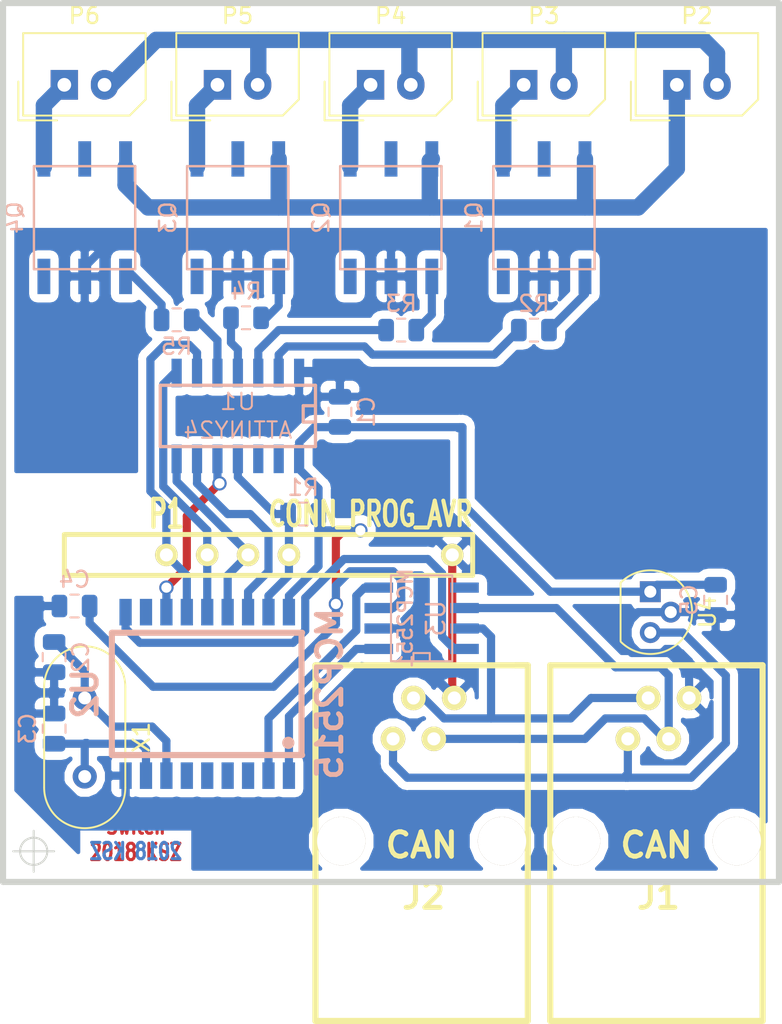
<source format=kicad_pcb>
(kicad_pcb (version 20171130) (host pcbnew 5.0.1+dfsg1-2~bpo9+1)

  (general
    (thickness 1.6002)
    (drawings 7)
    (tracks 277)
    (zones 0)
    (modules 27)
    (nets 47)
  )

  (page A4)
  (title_block
    (title "Switching module")
    (rev 2)
    (company "Klaus Schneider-Zapp")
  )

  (layers
    (0 Vorderseite signal)
    (31 Rückseite signal)
    (32 B.Adhes user)
    (33 F.Adhes user)
    (34 B.Paste user)
    (35 F.Paste user)
    (36 B.SilkS user)
    (37 F.SilkS user)
    (38 B.Mask user)
    (39 F.Mask user)
    (40 Dwgs.User user)
    (41 Cmts.User user)
    (42 Eco1.User user)
    (43 Eco2.User user)
    (44 Edge.Cuts user)
    (45 Margin user)
    (46 B.CrtYd user)
    (47 F.CrtYd user)
    (48 B.Fab user)
    (49 F.Fab user)
  )

  (setup
    (last_trace_width 0.508)
    (trace_clearance 0.1905)
    (zone_clearance 0.508)
    (zone_45_only no)
    (trace_min 0.508)
    (segment_width 0.381)
    (edge_width 0.381)
    (via_size 0.889)
    (via_drill 0.635)
    (via_min_size 0.889)
    (via_min_drill 0.508)
    (uvia_size 0.508)
    (uvia_drill 0.127)
    (uvias_allowed no)
    (uvia_min_size 0.508)
    (uvia_min_drill 0.127)
    (pcb_text_width 0.3048)
    (pcb_text_size 1.524 2.032)
    (mod_edge_width 0.381)
    (mod_text_size 1.524 1.524)
    (mod_text_width 0.3048)
    (pad_size 1.524 1.524)
    (pad_drill 0.8128)
    (pad_to_mask_clearance 0.254)
    (solder_mask_min_width 0.25)
    (aux_axis_origin 53.50002 56.49976)
    (visible_elements FFFFFF7F)
    (pcbplotparams
      (layerselection 0x010fc_ffffffff)
      (usegerberextensions false)
      (usegerberattributes false)
      (usegerberadvancedattributes false)
      (creategerberjobfile false)
      (excludeedgelayer true)
      (linewidth 0.100000)
      (plotframeref false)
      (viasonmask false)
      (mode 1)
      (useauxorigin false)
      (hpglpennumber 1)
      (hpglpenspeed 20)
      (hpglpendiameter 15.000000)
      (psnegative false)
      (psa4output false)
      (plotreference true)
      (plotvalue true)
      (plotinvisibletext false)
      (padsonsilk false)
      (subtractmaskfromsilk false)
      (outputformat 1)
      (mirror false)
      (drillshape 1)
      (scaleselection 1)
      (outputdirectory ""))
  )

  (net 0 "")
  (net 1 +5V)
  (net 2 GND)
  (net 3 "Net-(R2-Pad2)")
  (net 4 "Net-(P1-Pad6)")
  (net 5 "Net-(R5-Pad2)")
  (net 6 "Net-(R4-Pad2)")
  (net 7 "Net-(R3-Pad2)")
  (net 8 "Net-(U2-Pad10)")
  (net 9 "Net-(U2-Pad1)")
  (net 10 "Net-(J1-Pad3)")
  (net 11 "Net-(J1-Pad4)")
  (net 12 "Net-(U3-Pad5)")
  (net 13 "Net-(U2-Pad2)")
  (net 14 "Net-(P1-Pad5)")
  (net 15 "Net-(P1-Pad4)")
  (net 16 "Net-(U1-Pad5)")
  (net 17 "Net-(P1-Pad3)")
  (net 18 "Net-(U2-Pad11)")
  (net 19 "Net-(U1-Pad6)")
  (net 20 "Net-(U2-Pad3)")
  (net 21 "Net-(U2-Pad4)")
  (net 22 "Net-(U2-Pad5)")
  (net 23 "Net-(U2-Pad6)")
  (net 24 "Net-(C2-Pad2)")
  (net 25 "Net-(C3-Pad2)")
  (net 26 "Net-(U1-Pad2)")
  (net 27 "Net-(U1-Pad3)")
  (net 28 "Net-(J1-Pad2)")
  (net 29 "Net-(Q3-Pad1)")
  (net 30 "Net-(Q2-Pad1)")
  (net 31 "Net-(Q1-Pad1)")
  (net 32 "Net-(Q4-Pad1)")
  (net 33 /12V-)
  (net 34 "Net-(Q4-Pad5)")
  (net 35 "Net-(Q4-Pad3)")
  (net 36 "Net-(Q3-Pad3)")
  (net 37 "Net-(Q3-Pad5)")
  (net 38 "Net-(Q2-Pad5)")
  (net 39 "Net-(Q2-Pad3)")
  (net 40 "Net-(Q1-Pad3)")
  (net 41 "Net-(Q1-Pad5)")
  (net 42 /12V+)
  (net 43 /X4)
  (net 44 /X3)
  (net 45 /X2)
  (net 46 /X1)

  (net_class Default "Dies ist die voreingestellte Netzklasse."
    (clearance 0.1905)
    (trace_width 0.508)
    (via_dia 0.889)
    (via_drill 0.635)
    (uvia_dia 0.508)
    (uvia_drill 0.127)
    (diff_pair_gap 0.25)
    (diff_pair_width 0.508)
    (add_net +5V)
    (add_net GND)
    (add_net "Net-(C2-Pad2)")
    (add_net "Net-(C3-Pad2)")
    (add_net "Net-(J1-Pad2)")
    (add_net "Net-(J1-Pad3)")
    (add_net "Net-(J1-Pad4)")
    (add_net "Net-(P1-Pad3)")
    (add_net "Net-(P1-Pad4)")
    (add_net "Net-(P1-Pad5)")
    (add_net "Net-(P1-Pad6)")
    (add_net "Net-(Q1-Pad1)")
    (add_net "Net-(Q1-Pad3)")
    (add_net "Net-(Q1-Pad5)")
    (add_net "Net-(Q2-Pad1)")
    (add_net "Net-(Q2-Pad3)")
    (add_net "Net-(Q2-Pad5)")
    (add_net "Net-(Q3-Pad1)")
    (add_net "Net-(Q3-Pad3)")
    (add_net "Net-(Q3-Pad5)")
    (add_net "Net-(Q4-Pad1)")
    (add_net "Net-(Q4-Pad3)")
    (add_net "Net-(Q4-Pad5)")
    (add_net "Net-(R2-Pad2)")
    (add_net "Net-(R3-Pad2)")
    (add_net "Net-(R4-Pad2)")
    (add_net "Net-(R5-Pad2)")
    (add_net "Net-(U1-Pad2)")
    (add_net "Net-(U1-Pad3)")
    (add_net "Net-(U1-Pad5)")
    (add_net "Net-(U1-Pad6)")
    (add_net "Net-(U2-Pad1)")
    (add_net "Net-(U2-Pad10)")
    (add_net "Net-(U2-Pad11)")
    (add_net "Net-(U2-Pad2)")
    (add_net "Net-(U2-Pad3)")
    (add_net "Net-(U2-Pad4)")
    (add_net "Net-(U2-Pad5)")
    (add_net "Net-(U2-Pad6)")
    (add_net "Net-(U3-Pad5)")
  )

  (net_class Switch ""
    (clearance 0.508)
    (trace_width 1.016)
    (via_dia 0.889)
    (via_drill 0.635)
    (uvia_dia 0.508)
    (uvia_drill 0.127)
    (diff_pair_gap 0.25)
    (diff_pair_width 1.143)
    (add_net /12V+)
    (add_net /12V-)
    (add_net /X1)
    (add_net /X2)
    (add_net /X3)
    (add_net /X4)
  )

  (module Connector_Molex:Molex_SPOX_5267-02A_1x02_P2.50mm_Vertical (layer Vorderseite) (tedit 5A187FE2) (tstamp 5BE304E5)
    (at 271.145 104.14)
    (descr "Molex SPOX Connector System, 5267-02A, 2 Pins per row (http://www.molex.com/pdm_docs/sd/022035035_sd.pdf), generated with kicad-footprint-generator")
    (tags "connector Molex SPOX side entry")
    (path /5BCD3624)
    (fp_text reference P2 (at 1.25 -4.3) (layer F.SilkS)
      (effects (font (size 1 1) (thickness 0.15)))
    )
    (fp_text value 12V (at 1.25 3) (layer F.Fab)
      (effects (font (size 1 1) (thickness 0.15)))
    )
    (fp_text user %R (at 1.25 -2.4) (layer F.Fab)
      (effects (font (size 1 1) (thickness 0.15)))
    )
    (fp_line (start 5.45 -3.6) (end -2.95 -3.6) (layer F.CrtYd) (width 0.05))
    (fp_line (start 5.45 1.3) (end 5.45 -3.6) (layer F.CrtYd) (width 0.05))
    (fp_line (start 4.45 2.3) (end 5.45 1.3) (layer F.CrtYd) (width 0.05))
    (fp_line (start -2.95 2.3) (end 4.45 2.3) (layer F.CrtYd) (width 0.05))
    (fp_line (start -2.95 -3.6) (end -2.95 2.3) (layer F.CrtYd) (width 0.05))
    (fp_line (start 0 1.092893) (end 0.5 1.8) (layer F.Fab) (width 0.1))
    (fp_line (start -0.5 1.8) (end 0 1.092893) (layer F.Fab) (width 0.1))
    (fp_line (start -2.86 2.21) (end -0.45 2.21) (layer F.SilkS) (width 0.12))
    (fp_line (start -2.86 -0.2) (end -2.86 2.21) (layer F.SilkS) (width 0.12))
    (fp_line (start 5.06 -3.21) (end -2.56 -3.21) (layer F.SilkS) (width 0.12))
    (fp_line (start 5.06 0.91) (end 5.06 -3.21) (layer F.SilkS) (width 0.12))
    (fp_line (start 4.06 1.91) (end 5.06 0.91) (layer F.SilkS) (width 0.12))
    (fp_line (start -2.56 1.91) (end 4.06 1.91) (layer F.SilkS) (width 0.12))
    (fp_line (start -2.56 -3.21) (end -2.56 1.91) (layer F.SilkS) (width 0.12))
    (fp_line (start 4.95 -3.1) (end -2.45 -3.1) (layer F.Fab) (width 0.1))
    (fp_line (start 4.95 0.8) (end 4.95 -3.1) (layer F.Fab) (width 0.1))
    (fp_line (start 3.95 1.8) (end 4.95 0.8) (layer F.Fab) (width 0.1))
    (fp_line (start -2.45 1.8) (end 3.95 1.8) (layer F.Fab) (width 0.1))
    (fp_line (start -2.45 -3.1) (end -2.45 1.8) (layer F.Fab) (width 0.1))
    (pad 2 thru_hole oval (at 2.5 0) (size 1.7 1.85) (drill 0.85) (layers *.Cu *.Mask)
      (net 42 /12V+))
    (pad 1 thru_hole rect (at 0 0) (size 1.7 1.85) (drill 0.85) (layers *.Cu *.Mask)
      (net 33 /12V-))
    (model ${KISYS3DMOD}/Connector_Molex.3dshapes/Molex_SPOX_5267-02A_1x02_P2.50mm_Vertical.wrl
      (at (xyz 0 0 0))
      (scale (xyz 1 1 1))
      (rotate (xyz 0 0 0))
    )
  )

  (module Connector_Molex:Molex_SPOX_5267-02A_1x02_P2.50mm_Vertical (layer Vorderseite) (tedit 5A187FE2) (tstamp 5BE304CC)
    (at 261.62 104.14)
    (descr "Molex SPOX Connector System, 5267-02A, 2 Pins per row (http://www.molex.com/pdm_docs/sd/022035035_sd.pdf), generated with kicad-footprint-generator")
    (tags "connector Molex SPOX side entry")
    (path /4C8B7D3C)
    (fp_text reference P3 (at 1.25 -4.3) (layer F.SilkS)
      (effects (font (size 1 1) (thickness 0.15)))
    )
    (fp_text value Pump (at 1.25 3) (layer F.Fab)
      (effects (font (size 1 1) (thickness 0.15)))
    )
    (fp_text user %R (at 1.25 -2.4) (layer F.Fab)
      (effects (font (size 1 1) (thickness 0.15)))
    )
    (fp_line (start 5.45 -3.6) (end -2.95 -3.6) (layer F.CrtYd) (width 0.05))
    (fp_line (start 5.45 1.3) (end 5.45 -3.6) (layer F.CrtYd) (width 0.05))
    (fp_line (start 4.45 2.3) (end 5.45 1.3) (layer F.CrtYd) (width 0.05))
    (fp_line (start -2.95 2.3) (end 4.45 2.3) (layer F.CrtYd) (width 0.05))
    (fp_line (start -2.95 -3.6) (end -2.95 2.3) (layer F.CrtYd) (width 0.05))
    (fp_line (start 0 1.092893) (end 0.5 1.8) (layer F.Fab) (width 0.1))
    (fp_line (start -0.5 1.8) (end 0 1.092893) (layer F.Fab) (width 0.1))
    (fp_line (start -2.86 2.21) (end -0.45 2.21) (layer F.SilkS) (width 0.12))
    (fp_line (start -2.86 -0.2) (end -2.86 2.21) (layer F.SilkS) (width 0.12))
    (fp_line (start 5.06 -3.21) (end -2.56 -3.21) (layer F.SilkS) (width 0.12))
    (fp_line (start 5.06 0.91) (end 5.06 -3.21) (layer F.SilkS) (width 0.12))
    (fp_line (start 4.06 1.91) (end 5.06 0.91) (layer F.SilkS) (width 0.12))
    (fp_line (start -2.56 1.91) (end 4.06 1.91) (layer F.SilkS) (width 0.12))
    (fp_line (start -2.56 -3.21) (end -2.56 1.91) (layer F.SilkS) (width 0.12))
    (fp_line (start 4.95 -3.1) (end -2.45 -3.1) (layer F.Fab) (width 0.1))
    (fp_line (start 4.95 0.8) (end 4.95 -3.1) (layer F.Fab) (width 0.1))
    (fp_line (start 3.95 1.8) (end 4.95 0.8) (layer F.Fab) (width 0.1))
    (fp_line (start -2.45 1.8) (end 3.95 1.8) (layer F.Fab) (width 0.1))
    (fp_line (start -2.45 -3.1) (end -2.45 1.8) (layer F.Fab) (width 0.1))
    (pad 2 thru_hole oval (at 2.5 0) (size 1.7 1.85) (drill 0.85) (layers *.Cu *.Mask)
      (net 42 /12V+))
    (pad 1 thru_hole rect (at 0 0) (size 1.7 1.85) (drill 0.85) (layers *.Cu *.Mask)
      (net 46 /X1))
    (model ${KISYS3DMOD}/Connector_Molex.3dshapes/Molex_SPOX_5267-02A_1x02_P2.50mm_Vertical.wrl
      (at (xyz 0 0 0))
      (scale (xyz 1 1 1))
      (rotate (xyz 0 0 0))
    )
  )

  (module Connector_Molex:Molex_SPOX_5267-02A_1x02_P2.50mm_Vertical (layer Vorderseite) (tedit 5A187FE2) (tstamp 5BE304B3)
    (at 252.095 104.14)
    (descr "Molex SPOX Connector System, 5267-02A, 2 Pins per row (http://www.molex.com/pdm_docs/sd/022035035_sd.pdf), generated with kicad-footprint-generator")
    (tags "connector Molex SPOX side entry")
    (path /4C8B7D6D)
    (fp_text reference P4 (at 1.25 -4.3) (layer F.SilkS)
      (effects (font (size 1 1) (thickness 0.15)))
    )
    (fp_text value Pump (at 1.25 3) (layer F.Fab)
      (effects (font (size 1 1) (thickness 0.15)))
    )
    (fp_text user %R (at 1.25 -2.4) (layer F.Fab)
      (effects (font (size 1 1) (thickness 0.15)))
    )
    (fp_line (start 5.45 -3.6) (end -2.95 -3.6) (layer F.CrtYd) (width 0.05))
    (fp_line (start 5.45 1.3) (end 5.45 -3.6) (layer F.CrtYd) (width 0.05))
    (fp_line (start 4.45 2.3) (end 5.45 1.3) (layer F.CrtYd) (width 0.05))
    (fp_line (start -2.95 2.3) (end 4.45 2.3) (layer F.CrtYd) (width 0.05))
    (fp_line (start -2.95 -3.6) (end -2.95 2.3) (layer F.CrtYd) (width 0.05))
    (fp_line (start 0 1.092893) (end 0.5 1.8) (layer F.Fab) (width 0.1))
    (fp_line (start -0.5 1.8) (end 0 1.092893) (layer F.Fab) (width 0.1))
    (fp_line (start -2.86 2.21) (end -0.45 2.21) (layer F.SilkS) (width 0.12))
    (fp_line (start -2.86 -0.2) (end -2.86 2.21) (layer F.SilkS) (width 0.12))
    (fp_line (start 5.06 -3.21) (end -2.56 -3.21) (layer F.SilkS) (width 0.12))
    (fp_line (start 5.06 0.91) (end 5.06 -3.21) (layer F.SilkS) (width 0.12))
    (fp_line (start 4.06 1.91) (end 5.06 0.91) (layer F.SilkS) (width 0.12))
    (fp_line (start -2.56 1.91) (end 4.06 1.91) (layer F.SilkS) (width 0.12))
    (fp_line (start -2.56 -3.21) (end -2.56 1.91) (layer F.SilkS) (width 0.12))
    (fp_line (start 4.95 -3.1) (end -2.45 -3.1) (layer F.Fab) (width 0.1))
    (fp_line (start 4.95 0.8) (end 4.95 -3.1) (layer F.Fab) (width 0.1))
    (fp_line (start 3.95 1.8) (end 4.95 0.8) (layer F.Fab) (width 0.1))
    (fp_line (start -2.45 1.8) (end 3.95 1.8) (layer F.Fab) (width 0.1))
    (fp_line (start -2.45 -3.1) (end -2.45 1.8) (layer F.Fab) (width 0.1))
    (pad 2 thru_hole oval (at 2.5 0) (size 1.7 1.85) (drill 0.85) (layers *.Cu *.Mask)
      (net 42 /12V+))
    (pad 1 thru_hole rect (at 0 0) (size 1.7 1.85) (drill 0.85) (layers *.Cu *.Mask)
      (net 45 /X2))
    (model ${KISYS3DMOD}/Connector_Molex.3dshapes/Molex_SPOX_5267-02A_1x02_P2.50mm_Vertical.wrl
      (at (xyz 0 0 0))
      (scale (xyz 1 1 1))
      (rotate (xyz 0 0 0))
    )
  )

  (module Connector_Molex:Molex_SPOX_5267-02A_1x02_P2.50mm_Vertical (layer Vorderseite) (tedit 5A187FE2) (tstamp 5BE3049A)
    (at 242.57 104.14)
    (descr "Molex SPOX Connector System, 5267-02A, 2 Pins per row (http://www.molex.com/pdm_docs/sd/022035035_sd.pdf), generated with kicad-footprint-generator")
    (tags "connector Molex SPOX side entry")
    (path /4C8B7D83)
    (fp_text reference P5 (at 1.25 -4.3) (layer F.SilkS)
      (effects (font (size 1 1) (thickness 0.15)))
    )
    (fp_text value Pump (at 1.25 3) (layer F.Fab)
      (effects (font (size 1 1) (thickness 0.15)))
    )
    (fp_text user %R (at 1.25 -2.4) (layer F.Fab)
      (effects (font (size 1 1) (thickness 0.15)))
    )
    (fp_line (start 5.45 -3.6) (end -2.95 -3.6) (layer F.CrtYd) (width 0.05))
    (fp_line (start 5.45 1.3) (end 5.45 -3.6) (layer F.CrtYd) (width 0.05))
    (fp_line (start 4.45 2.3) (end 5.45 1.3) (layer F.CrtYd) (width 0.05))
    (fp_line (start -2.95 2.3) (end 4.45 2.3) (layer F.CrtYd) (width 0.05))
    (fp_line (start -2.95 -3.6) (end -2.95 2.3) (layer F.CrtYd) (width 0.05))
    (fp_line (start 0 1.092893) (end 0.5 1.8) (layer F.Fab) (width 0.1))
    (fp_line (start -0.5 1.8) (end 0 1.092893) (layer F.Fab) (width 0.1))
    (fp_line (start -2.86 2.21) (end -0.45 2.21) (layer F.SilkS) (width 0.12))
    (fp_line (start -2.86 -0.2) (end -2.86 2.21) (layer F.SilkS) (width 0.12))
    (fp_line (start 5.06 -3.21) (end -2.56 -3.21) (layer F.SilkS) (width 0.12))
    (fp_line (start 5.06 0.91) (end 5.06 -3.21) (layer F.SilkS) (width 0.12))
    (fp_line (start 4.06 1.91) (end 5.06 0.91) (layer F.SilkS) (width 0.12))
    (fp_line (start -2.56 1.91) (end 4.06 1.91) (layer F.SilkS) (width 0.12))
    (fp_line (start -2.56 -3.21) (end -2.56 1.91) (layer F.SilkS) (width 0.12))
    (fp_line (start 4.95 -3.1) (end -2.45 -3.1) (layer F.Fab) (width 0.1))
    (fp_line (start 4.95 0.8) (end 4.95 -3.1) (layer F.Fab) (width 0.1))
    (fp_line (start 3.95 1.8) (end 4.95 0.8) (layer F.Fab) (width 0.1))
    (fp_line (start -2.45 1.8) (end 3.95 1.8) (layer F.Fab) (width 0.1))
    (fp_line (start -2.45 -3.1) (end -2.45 1.8) (layer F.Fab) (width 0.1))
    (pad 2 thru_hole oval (at 2.5 0) (size 1.7 1.85) (drill 0.85) (layers *.Cu *.Mask)
      (net 42 /12V+))
    (pad 1 thru_hole rect (at 0 0) (size 1.7 1.85) (drill 0.85) (layers *.Cu *.Mask)
      (net 44 /X3))
    (model ${KISYS3DMOD}/Connector_Molex.3dshapes/Molex_SPOX_5267-02A_1x02_P2.50mm_Vertical.wrl
      (at (xyz 0 0 0))
      (scale (xyz 1 1 1))
      (rotate (xyz 0 0 0))
    )
  )

  (module Connector_Molex:Molex_SPOX_5267-02A_1x02_P2.50mm_Vertical (layer Vorderseite) (tedit 5A187FE2) (tstamp 5BE30481)
    (at 233.045 104.14)
    (descr "Molex SPOX Connector System, 5267-02A, 2 Pins per row (http://www.molex.com/pdm_docs/sd/022035035_sd.pdf), generated with kicad-footprint-generator")
    (tags "connector Molex SPOX side entry")
    (path /4C8B7DA9)
    (fp_text reference P6 (at 1.25 -4.3) (layer F.SilkS)
      (effects (font (size 1 1) (thickness 0.15)))
    )
    (fp_text value Pump (at 1.25 3) (layer F.Fab)
      (effects (font (size 1 1) (thickness 0.15)))
    )
    (fp_text user %R (at 1.25 -2.4) (layer F.Fab)
      (effects (font (size 1 1) (thickness 0.15)))
    )
    (fp_line (start 5.45 -3.6) (end -2.95 -3.6) (layer F.CrtYd) (width 0.05))
    (fp_line (start 5.45 1.3) (end 5.45 -3.6) (layer F.CrtYd) (width 0.05))
    (fp_line (start 4.45 2.3) (end 5.45 1.3) (layer F.CrtYd) (width 0.05))
    (fp_line (start -2.95 2.3) (end 4.45 2.3) (layer F.CrtYd) (width 0.05))
    (fp_line (start -2.95 -3.6) (end -2.95 2.3) (layer F.CrtYd) (width 0.05))
    (fp_line (start 0 1.092893) (end 0.5 1.8) (layer F.Fab) (width 0.1))
    (fp_line (start -0.5 1.8) (end 0 1.092893) (layer F.Fab) (width 0.1))
    (fp_line (start -2.86 2.21) (end -0.45 2.21) (layer F.SilkS) (width 0.12))
    (fp_line (start -2.86 -0.2) (end -2.86 2.21) (layer F.SilkS) (width 0.12))
    (fp_line (start 5.06 -3.21) (end -2.56 -3.21) (layer F.SilkS) (width 0.12))
    (fp_line (start 5.06 0.91) (end 5.06 -3.21) (layer F.SilkS) (width 0.12))
    (fp_line (start 4.06 1.91) (end 5.06 0.91) (layer F.SilkS) (width 0.12))
    (fp_line (start -2.56 1.91) (end 4.06 1.91) (layer F.SilkS) (width 0.12))
    (fp_line (start -2.56 -3.21) (end -2.56 1.91) (layer F.SilkS) (width 0.12))
    (fp_line (start 4.95 -3.1) (end -2.45 -3.1) (layer F.Fab) (width 0.1))
    (fp_line (start 4.95 0.8) (end 4.95 -3.1) (layer F.Fab) (width 0.1))
    (fp_line (start 3.95 1.8) (end 4.95 0.8) (layer F.Fab) (width 0.1))
    (fp_line (start -2.45 1.8) (end 3.95 1.8) (layer F.Fab) (width 0.1))
    (fp_line (start -2.45 -3.1) (end -2.45 1.8) (layer F.Fab) (width 0.1))
    (pad 2 thru_hole oval (at 2.5 0) (size 1.7 1.85) (drill 0.85) (layers *.Cu *.Mask)
      (net 42 /12V+))
    (pad 1 thru_hole rect (at 0 0) (size 1.7 1.85) (drill 0.85) (layers *.Cu *.Mask)
      (net 43 /X4))
    (model ${KISYS3DMOD}/Connector_Molex.3dshapes/Molex_SPOX_5267-02A_1x02_P2.50mm_Vertical.wrl
      (at (xyz 0 0 0))
      (scale (xyz 1 1 1))
      (rotate (xyz 0 0 0))
    )
  )

  (module ICs_SMD_K:SOP6 (layer Rückseite) (tedit 5BE343CE) (tstamp 5BE3036E)
    (at 265.43 112.395 90)
    (path /5BCF303F)
    (fp_text reference Q1 (at 0 -6.9 90) (layer B.SilkS)
      (effects (font (size 1 1) (thickness 0.15)) (justify mirror))
    )
    (fp_text value photoMOS (at -0.1 -0.3 90) (layer B.Fab)
      (effects (font (size 1 1) (thickness 0.15)) (justify mirror))
    )
    (fp_line (start -3.2 0.6) (end 3.2 0.6) (layer B.SilkS) (width 0.15))
    (fp_line (start 3.2 0.6) (end 3.2 -5.7) (layer B.SilkS) (width 0.15))
    (fp_line (start 3.2 -5.7) (end -3.2 -5.7) (layer B.SilkS) (width 0.15))
    (fp_line (start -3.2 -5.7) (end -3.2 0.6) (layer B.SilkS) (width 0.15))
    (pad 1 smd rect (at -3.65 0 90) (size 2.2 0.8) (layers Rückseite B.Paste B.Mask)
      (net 31 "Net-(Q1-Pad1)"))
    (pad 2 smd rect (at -3.65 -2.54 90) (size 2.2 0.8) (layers Rückseite B.Paste B.Mask)
      (net 2 GND))
    (pad 3 smd rect (at -3.65 -5.08 90) (size 2.2 0.8) (layers Rückseite B.Paste B.Mask)
      (net 40 "Net-(Q1-Pad3)"))
    (pad 4 smd rect (at 3.65 -5.08 90) (size 2.2 0.8) (layers Rückseite B.Paste B.Mask)
      (net 46 /X1))
    (pad 5 smd rect (at 3.65 -2.54 90) (size 2.2 0.8) (layers Rückseite B.Paste B.Mask)
      (net 41 "Net-(Q1-Pad5)"))
    (pad 6 smd rect (at 3.65 0 90) (size 2.2 0.8) (layers Rückseite B.Paste B.Mask)
      (net 33 /12V-))
  )

  (module ICs_SMD_K:SOP6 (layer Rückseite) (tedit 5BE343CE) (tstamp 5BE30361)
    (at 255.905 112.395 90)
    (path /5BCF3383)
    (fp_text reference Q2 (at 0 -6.9 90) (layer B.SilkS)
      (effects (font (size 1 1) (thickness 0.15)) (justify mirror))
    )
    (fp_text value photoMOS (at -0.1 -0.3 90) (layer B.Fab)
      (effects (font (size 1 1) (thickness 0.15)) (justify mirror))
    )
    (fp_line (start -3.2 0.6) (end 3.2 0.6) (layer B.SilkS) (width 0.15))
    (fp_line (start 3.2 0.6) (end 3.2 -5.7) (layer B.SilkS) (width 0.15))
    (fp_line (start 3.2 -5.7) (end -3.2 -5.7) (layer B.SilkS) (width 0.15))
    (fp_line (start -3.2 -5.7) (end -3.2 0.6) (layer B.SilkS) (width 0.15))
    (pad 1 smd rect (at -3.65 0 90) (size 2.2 0.8) (layers Rückseite B.Paste B.Mask)
      (net 30 "Net-(Q2-Pad1)"))
    (pad 2 smd rect (at -3.65 -2.54 90) (size 2.2 0.8) (layers Rückseite B.Paste B.Mask)
      (net 2 GND))
    (pad 3 smd rect (at -3.65 -5.08 90) (size 2.2 0.8) (layers Rückseite B.Paste B.Mask)
      (net 39 "Net-(Q2-Pad3)"))
    (pad 4 smd rect (at 3.65 -5.08 90) (size 2.2 0.8) (layers Rückseite B.Paste B.Mask)
      (net 45 /X2))
    (pad 5 smd rect (at 3.65 -2.54 90) (size 2.2 0.8) (layers Rückseite B.Paste B.Mask)
      (net 38 "Net-(Q2-Pad5)"))
    (pad 6 smd rect (at 3.65 0 90) (size 2.2 0.8) (layers Rückseite B.Paste B.Mask)
      (net 33 /12V-))
  )

  (module ICs_SMD_K:SOP6 (layer Rückseite) (tedit 5BE343CE) (tstamp 5BE30354)
    (at 246.38 112.395 90)
    (path /5BCF3403)
    (fp_text reference Q3 (at 0 -6.9 90) (layer B.SilkS)
      (effects (font (size 1 1) (thickness 0.15)) (justify mirror))
    )
    (fp_text value photoMOS (at -0.1 -0.3 90) (layer B.Fab)
      (effects (font (size 1 1) (thickness 0.15)) (justify mirror))
    )
    (fp_line (start -3.2 0.6) (end 3.2 0.6) (layer B.SilkS) (width 0.15))
    (fp_line (start 3.2 0.6) (end 3.2 -5.7) (layer B.SilkS) (width 0.15))
    (fp_line (start 3.2 -5.7) (end -3.2 -5.7) (layer B.SilkS) (width 0.15))
    (fp_line (start -3.2 -5.7) (end -3.2 0.6) (layer B.SilkS) (width 0.15))
    (pad 1 smd rect (at -3.65 0 90) (size 2.2 0.8) (layers Rückseite B.Paste B.Mask)
      (net 29 "Net-(Q3-Pad1)"))
    (pad 2 smd rect (at -3.65 -2.54 90) (size 2.2 0.8) (layers Rückseite B.Paste B.Mask)
      (net 2 GND))
    (pad 3 smd rect (at -3.65 -5.08 90) (size 2.2 0.8) (layers Rückseite B.Paste B.Mask)
      (net 36 "Net-(Q3-Pad3)"))
    (pad 4 smd rect (at 3.65 -5.08 90) (size 2.2 0.8) (layers Rückseite B.Paste B.Mask)
      (net 44 /X3))
    (pad 5 smd rect (at 3.65 -2.54 90) (size 2.2 0.8) (layers Rückseite B.Paste B.Mask)
      (net 37 "Net-(Q3-Pad5)"))
    (pad 6 smd rect (at 3.65 0 90) (size 2.2 0.8) (layers Rückseite B.Paste B.Mask)
      (net 33 /12V-))
  )

  (module ICs_SMD_K:SOP6 (layer Rückseite) (tedit 5BE343CE) (tstamp 5BE30347)
    (at 236.855 112.395 90)
    (path /5BCF358D)
    (fp_text reference Q4 (at 0 -6.9 90) (layer B.SilkS)
      (effects (font (size 1 1) (thickness 0.15)) (justify mirror))
    )
    (fp_text value photoMOS (at -0.1 -0.3 270) (layer B.Fab)
      (effects (font (size 1 1) (thickness 0.15)) (justify mirror))
    )
    (fp_line (start -3.2 0.6) (end 3.2 0.6) (layer B.SilkS) (width 0.15))
    (fp_line (start 3.2 0.6) (end 3.2 -5.7) (layer B.SilkS) (width 0.15))
    (fp_line (start 3.2 -5.7) (end -3.2 -5.7) (layer B.SilkS) (width 0.15))
    (fp_line (start -3.2 -5.7) (end -3.2 0.6) (layer B.SilkS) (width 0.15))
    (pad 1 smd rect (at -3.65 0 90) (size 2.2 0.8) (layers Rückseite B.Paste B.Mask)
      (net 32 "Net-(Q4-Pad1)"))
    (pad 2 smd rect (at -3.65 -2.54 90) (size 2.2 0.8) (layers Rückseite B.Paste B.Mask)
      (net 2 GND))
    (pad 3 smd rect (at -3.65 -5.08 90) (size 2.2 0.8) (layers Rückseite B.Paste B.Mask)
      (net 35 "Net-(Q4-Pad3)"))
    (pad 4 smd rect (at 3.65 -5.08 90) (size 2.2 0.8) (layers Rückseite B.Paste B.Mask)
      (net 43 /X4))
    (pad 5 smd rect (at 3.65 -2.54 90) (size 2.2 0.8) (layers Rückseite B.Paste B.Mask)
      (net 34 "Net-(Q4-Pad5)"))
    (pad 6 smd rect (at 3.65 0 90) (size 2.2 0.8) (layers Rückseite B.Paste B.Mask)
      (net 33 /12V-))
  )

  (module Capacitor_SMD:C_0805_2012Metric (layer Rückseite) (tedit 5B36C52B) (tstamp 5BC020B2)
    (at 273.558 136.144 270)
    (descr "Capacitor SMD 0805 (2012 Metric), square (rectangular) end terminal, IPC_7351 nominal, (Body size source: https://docs.google.com/spreadsheets/d/1BsfQQcO9C6DZCsRaXUlFlo91Tg2WpOkGARC1WS5S8t0/edit?usp=sharing), generated with kicad-footprint-generator")
    (tags capacitor)
    (path /5BB81BF9)
    (attr smd)
    (fp_text reference C5 (at 0 1.65 270) (layer B.SilkS)
      (effects (font (size 1 1) (thickness 0.15)) (justify mirror))
    )
    (fp_text value 4.7u (at 0 -1.65 270) (layer B.Fab)
      (effects (font (size 1 1) (thickness 0.15)) (justify mirror))
    )
    (fp_text user %R (at 0 0 270) (layer B.Fab)
      (effects (font (size 0.5 0.5) (thickness 0.08)) (justify mirror))
    )
    (fp_line (start 1.68 -0.95) (end -1.68 -0.95) (layer B.CrtYd) (width 0.05))
    (fp_line (start 1.68 0.95) (end 1.68 -0.95) (layer B.CrtYd) (width 0.05))
    (fp_line (start -1.68 0.95) (end 1.68 0.95) (layer B.CrtYd) (width 0.05))
    (fp_line (start -1.68 -0.95) (end -1.68 0.95) (layer B.CrtYd) (width 0.05))
    (fp_line (start -0.258578 -0.71) (end 0.258578 -0.71) (layer B.SilkS) (width 0.12))
    (fp_line (start -0.258578 0.71) (end 0.258578 0.71) (layer B.SilkS) (width 0.12))
    (fp_line (start 1 -0.6) (end -1 -0.6) (layer B.Fab) (width 0.1))
    (fp_line (start 1 0.6) (end 1 -0.6) (layer B.Fab) (width 0.1))
    (fp_line (start -1 0.6) (end 1 0.6) (layer B.Fab) (width 0.1))
    (fp_line (start -1 -0.6) (end -1 0.6) (layer B.Fab) (width 0.1))
    (pad 2 smd roundrect (at 0.9375 0 270) (size 0.975 1.4) (layers Rückseite B.Paste B.Mask) (roundrect_rratio 0.25)
      (net 2 GND))
    (pad 1 smd roundrect (at -0.9375 0 270) (size 0.975 1.4) (layers Rückseite B.Paste B.Mask) (roundrect_rratio 0.25)
      (net 1 +5V))
    (model ${KISYS3DMOD}/Capacitor_SMD.3dshapes/C_0805_2012Metric.wrl
      (at (xyz 0 0 0))
      (scale (xyz 1 1 1))
      (rotate (xyz 0 0 0))
    )
  )

  (module Package_TO_SOT_THT:TO-92 (layer Vorderseite) (tedit 5A279852) (tstamp 5BC01D33)
    (at 269.494 135.636 270)
    (descr "TO-92 leads molded, narrow, drill 0.75mm (see NXP sot054_po.pdf)")
    (tags "to-92 sc-43 sc-43a sot54 PA33 transistor")
    (path /5BB452BC)
    (fp_text reference U4 (at 1.27 -3.56 270) (layer F.SilkS)
      (effects (font (size 1 1) (thickness 0.15)))
    )
    (fp_text value LP2950-5.0_TO92 (at 1.27 2.79 270) (layer F.Fab)
      (effects (font (size 1 1) (thickness 0.15)))
    )
    (fp_arc (start 1.27 0) (end 1.27 -2.6) (angle 135) (layer F.SilkS) (width 0.12))
    (fp_arc (start 1.27 0) (end 1.27 -2.48) (angle -135) (layer F.Fab) (width 0.1))
    (fp_arc (start 1.27 0) (end 1.27 -2.6) (angle -135) (layer F.SilkS) (width 0.12))
    (fp_arc (start 1.27 0) (end 1.27 -2.48) (angle 135) (layer F.Fab) (width 0.1))
    (fp_line (start 4 2.01) (end -1.46 2.01) (layer F.CrtYd) (width 0.05))
    (fp_line (start 4 2.01) (end 4 -2.73) (layer F.CrtYd) (width 0.05))
    (fp_line (start -1.46 -2.73) (end -1.46 2.01) (layer F.CrtYd) (width 0.05))
    (fp_line (start -1.46 -2.73) (end 4 -2.73) (layer F.CrtYd) (width 0.05))
    (fp_line (start -0.5 1.75) (end 3 1.75) (layer F.Fab) (width 0.1))
    (fp_line (start -0.53 1.85) (end 3.07 1.85) (layer F.SilkS) (width 0.12))
    (fp_text user %R (at 1.27 -3.56 270) (layer F.Fab)
      (effects (font (size 1 1) (thickness 0.15)))
    )
    (pad 1 thru_hole rect (at 0 0) (size 1.3 1.3) (drill 0.75) (layers *.Cu *.Mask)
      (net 1 +5V))
    (pad 3 thru_hole circle (at 2.54 0) (size 1.3 1.3) (drill 0.75) (layers *.Cu *.Mask)
      (net 28 "Net-(J1-Pad2)"))
    (pad 2 thru_hole circle (at 1.27 -1.27) (size 1.3 1.3) (drill 0.75) (layers *.Cu *.Mask)
      (net 2 GND))
    (model ${KISYS3DMOD}/Package_TO_SOT_THT.3dshapes/TO-92.wrl
      (at (xyz 0 0 0))
      (scale (xyz 1 1 1))
      (rotate (xyz 0 0 0))
    )
  )

  (module Capacitor_SMD:C_0805_2012Metric (layer Rückseite) (tedit 5B36C52B) (tstamp 5BB3DA85)
    (at 232.41 139.7 90)
    (descr "Capacitor SMD 0805 (2012 Metric), square (rectangular) end terminal, IPC_7351 nominal, (Body size source: https://docs.google.com/spreadsheets/d/1BsfQQcO9C6DZCsRaXUlFlo91Tg2WpOkGARC1WS5S8t0/edit?usp=sharing), generated with kicad-footprint-generator")
    (tags capacitor)
    (path /4CA20D9B)
    (attr smd)
    (fp_text reference C2 (at 0 1.65 90) (layer B.SilkS)
      (effects (font (size 1 1) (thickness 0.15)) (justify mirror))
    )
    (fp_text value 33p (at 0 -1.65 90) (layer B.Fab)
      (effects (font (size 1 1) (thickness 0.15)) (justify mirror))
    )
    (fp_text user %R (at 0 0 90) (layer B.Fab)
      (effects (font (size 0.5 0.5) (thickness 0.08)) (justify mirror))
    )
    (fp_line (start 1.68 -0.95) (end -1.68 -0.95) (layer B.CrtYd) (width 0.05))
    (fp_line (start 1.68 0.95) (end 1.68 -0.95) (layer B.CrtYd) (width 0.05))
    (fp_line (start -1.68 0.95) (end 1.68 0.95) (layer B.CrtYd) (width 0.05))
    (fp_line (start -1.68 -0.95) (end -1.68 0.95) (layer B.CrtYd) (width 0.05))
    (fp_line (start -0.258578 -0.71) (end 0.258578 -0.71) (layer B.SilkS) (width 0.12))
    (fp_line (start -0.258578 0.71) (end 0.258578 0.71) (layer B.SilkS) (width 0.12))
    (fp_line (start 1 -0.6) (end -1 -0.6) (layer B.Fab) (width 0.1))
    (fp_line (start 1 0.6) (end 1 -0.6) (layer B.Fab) (width 0.1))
    (fp_line (start -1 0.6) (end 1 0.6) (layer B.Fab) (width 0.1))
    (fp_line (start -1 -0.6) (end -1 0.6) (layer B.Fab) (width 0.1))
    (pad 2 smd roundrect (at 0.9375 0 90) (size 0.975 1.4) (layers Rückseite B.Paste B.Mask) (roundrect_rratio 0.25)
      (net 24 "Net-(C2-Pad2)"))
    (pad 1 smd roundrect (at -0.9375 0 90) (size 0.975 1.4) (layers Rückseite B.Paste B.Mask) (roundrect_rratio 0.25)
      (net 2 GND))
    (model ${KISYS3DMOD}/Capacitor_SMD.3dshapes/C_0805_2012Metric.wrl
      (at (xyz 0 0 0))
      (scale (xyz 1 1 1))
      (rotate (xyz 0 0 0))
    )
  )

  (module Capacitor_SMD:C_0805_2012Metric (layer Rückseite) (tedit 5B36C52B) (tstamp 5BB3DA75)
    (at 232.41 144.145 270)
    (descr "Capacitor SMD 0805 (2012 Metric), square (rectangular) end terminal, IPC_7351 nominal, (Body size source: https://docs.google.com/spreadsheets/d/1BsfQQcO9C6DZCsRaXUlFlo91Tg2WpOkGARC1WS5S8t0/edit?usp=sharing), generated with kicad-footprint-generator")
    (tags capacitor)
    (path /4CA20DB3)
    (attr smd)
    (fp_text reference C3 (at 0 1.65 270) (layer B.SilkS)
      (effects (font (size 1 1) (thickness 0.15)) (justify mirror))
    )
    (fp_text value 33p (at 0 -1.65 270) (layer B.Fab)
      (effects (font (size 1 1) (thickness 0.15)) (justify mirror))
    )
    (fp_text user %R (at 0 0 270) (layer B.Fab)
      (effects (font (size 0.5 0.5) (thickness 0.08)) (justify mirror))
    )
    (fp_line (start 1.68 -0.95) (end -1.68 -0.95) (layer B.CrtYd) (width 0.05))
    (fp_line (start 1.68 0.95) (end 1.68 -0.95) (layer B.CrtYd) (width 0.05))
    (fp_line (start -1.68 0.95) (end 1.68 0.95) (layer B.CrtYd) (width 0.05))
    (fp_line (start -1.68 -0.95) (end -1.68 0.95) (layer B.CrtYd) (width 0.05))
    (fp_line (start -0.258578 -0.71) (end 0.258578 -0.71) (layer B.SilkS) (width 0.12))
    (fp_line (start -0.258578 0.71) (end 0.258578 0.71) (layer B.SilkS) (width 0.12))
    (fp_line (start 1 -0.6) (end -1 -0.6) (layer B.Fab) (width 0.1))
    (fp_line (start 1 0.6) (end 1 -0.6) (layer B.Fab) (width 0.1))
    (fp_line (start -1 0.6) (end 1 0.6) (layer B.Fab) (width 0.1))
    (fp_line (start -1 -0.6) (end -1 0.6) (layer B.Fab) (width 0.1))
    (pad 2 smd roundrect (at 0.9375 0 270) (size 0.975 1.4) (layers Rückseite B.Paste B.Mask) (roundrect_rratio 0.25)
      (net 25 "Net-(C3-Pad2)"))
    (pad 1 smd roundrect (at -0.9375 0 270) (size 0.975 1.4) (layers Rückseite B.Paste B.Mask) (roundrect_rratio 0.25)
      (net 2 GND))
    (model ${KISYS3DMOD}/Capacitor_SMD.3dshapes/C_0805_2012Metric.wrl
      (at (xyz 0 0 0))
      (scale (xyz 1 1 1))
      (rotate (xyz 0 0 0))
    )
  )

  (module Capacitor_SMD:C_0805_2012Metric (layer Rückseite) (tedit 5B36C52B) (tstamp 5BB3DA74)
    (at 233.68 136.525 180)
    (descr "Capacitor SMD 0805 (2012 Metric), square (rectangular) end terminal, IPC_7351 nominal, (Body size source: https://docs.google.com/spreadsheets/d/1BsfQQcO9C6DZCsRaXUlFlo91Tg2WpOkGARC1WS5S8t0/edit?usp=sharing), generated with kicad-footprint-generator")
    (tags capacitor)
    (path /5B8C0C1E)
    (attr smd)
    (fp_text reference C4 (at 0 1.65 180) (layer B.SilkS)
      (effects (font (size 1 1) (thickness 0.15)) (justify mirror))
    )
    (fp_text value 100n (at 0 -1.65 180) (layer B.Fab)
      (effects (font (size 1 1) (thickness 0.15)) (justify mirror))
    )
    (fp_text user %R (at 0 0 180) (layer B.Fab)
      (effects (font (size 0.5 0.5) (thickness 0.08)) (justify mirror))
    )
    (fp_line (start 1.68 -0.95) (end -1.68 -0.95) (layer B.CrtYd) (width 0.05))
    (fp_line (start 1.68 0.95) (end 1.68 -0.95) (layer B.CrtYd) (width 0.05))
    (fp_line (start -1.68 0.95) (end 1.68 0.95) (layer B.CrtYd) (width 0.05))
    (fp_line (start -1.68 -0.95) (end -1.68 0.95) (layer B.CrtYd) (width 0.05))
    (fp_line (start -0.258578 -0.71) (end 0.258578 -0.71) (layer B.SilkS) (width 0.12))
    (fp_line (start -0.258578 0.71) (end 0.258578 0.71) (layer B.SilkS) (width 0.12))
    (fp_line (start 1 -0.6) (end -1 -0.6) (layer B.Fab) (width 0.1))
    (fp_line (start 1 0.6) (end 1 -0.6) (layer B.Fab) (width 0.1))
    (fp_line (start -1 0.6) (end 1 0.6) (layer B.Fab) (width 0.1))
    (fp_line (start -1 -0.6) (end -1 0.6) (layer B.Fab) (width 0.1))
    (pad 2 smd roundrect (at 0.9375 0 180) (size 0.975 1.4) (layers Rückseite B.Paste B.Mask) (roundrect_rratio 0.25)
      (net 2 GND))
    (pad 1 smd roundrect (at -0.9375 0 180) (size 0.975 1.4) (layers Rückseite B.Paste B.Mask) (roundrect_rratio 0.25)
      (net 1 +5V))
    (model ${KISYS3DMOD}/Capacitor_SMD.3dshapes/C_0805_2012Metric.wrl
      (at (xyz 0 0 0))
      (scale (xyz 1 1 1))
      (rotate (xyz 0 0 0))
    )
  )

  (module Capacitor_SMD:C_0805_2012Metric (layer Rückseite) (tedit 5B36C52B) (tstamp 5BB3DA54)
    (at 250.19 124.46 90)
    (descr "Capacitor SMD 0805 (2012 Metric), square (rectangular) end terminal, IPC_7351 nominal, (Body size source: https://docs.google.com/spreadsheets/d/1BsfQQcO9C6DZCsRaXUlFlo91Tg2WpOkGARC1WS5S8t0/edit?usp=sharing), generated with kicad-footprint-generator")
    (tags capacitor)
    (path /4C88E9B8)
    (attr smd)
    (fp_text reference C1 (at 0 1.65 90) (layer B.SilkS)
      (effects (font (size 1 1) (thickness 0.15)) (justify mirror))
    )
    (fp_text value 100n (at 0 -1.65 90) (layer B.Fab)
      (effects (font (size 1 1) (thickness 0.15)) (justify mirror))
    )
    (fp_text user %R (at 0 0 90) (layer B.Fab)
      (effects (font (size 0.5 0.5) (thickness 0.08)) (justify mirror))
    )
    (fp_line (start 1.68 -0.95) (end -1.68 -0.95) (layer B.CrtYd) (width 0.05))
    (fp_line (start 1.68 0.95) (end 1.68 -0.95) (layer B.CrtYd) (width 0.05))
    (fp_line (start -1.68 0.95) (end 1.68 0.95) (layer B.CrtYd) (width 0.05))
    (fp_line (start -1.68 -0.95) (end -1.68 0.95) (layer B.CrtYd) (width 0.05))
    (fp_line (start -0.258578 -0.71) (end 0.258578 -0.71) (layer B.SilkS) (width 0.12))
    (fp_line (start -0.258578 0.71) (end 0.258578 0.71) (layer B.SilkS) (width 0.12))
    (fp_line (start 1 -0.6) (end -1 -0.6) (layer B.Fab) (width 0.1))
    (fp_line (start 1 0.6) (end 1 -0.6) (layer B.Fab) (width 0.1))
    (fp_line (start -1 0.6) (end 1 0.6) (layer B.Fab) (width 0.1))
    (fp_line (start -1 -0.6) (end -1 0.6) (layer B.Fab) (width 0.1))
    (pad 2 smd roundrect (at 0.9375 0 90) (size 0.975 1.4) (layers Rückseite B.Paste B.Mask) (roundrect_rratio 0.25)
      (net 2 GND))
    (pad 1 smd roundrect (at -0.9375 0 90) (size 0.975 1.4) (layers Rückseite B.Paste B.Mask) (roundrect_rratio 0.25)
      (net 1 +5V))
    (model ${KISYS3DMOD}/Capacitor_SMD.3dshapes/C_0805_2012Metric.wrl
      (at (xyz 0 0 0))
      (scale (xyz 1 1 1))
      (rotate (xyz 0 0 0))
    )
  )

  (module Connectors_K:RJ11_RO (layer Vorderseite) (tedit 4CB2DCB9) (tstamp 5BB3D9D6)
    (at 269.875 151.13)
    (descr "RJ11 connector Reichelt (old)")
    (path /5BB8F3D7)
    (fp_text reference J1 (at 0.127 3.429) (layer F.SilkS)
      (effects (font (size 1.524 1.524) (thickness 0.3048)))
    )
    (fp_text value CAN (at 0 0.254) (layer F.SilkS)
      (effects (font (size 1.524 1.524) (thickness 0.3048)))
    )
    (fp_line (start 5.842 -10.922) (end 6.604 -10.922) (layer F.SilkS) (width 0.381))
    (fp_line (start 6.604 11.176) (end -6.604 11.176) (layer F.SilkS) (width 0.381))
    (fp_line (start 6.604 -10.922) (end 6.604 11.176) (layer F.SilkS) (width 0.381))
    (fp_line (start -6.604 -10.922) (end 6.604 -10.922) (layer F.SilkS) (width 0.381))
    (fp_line (start -6.604 11.176) (end -6.604 -10.922) (layer F.SilkS) (width 0.381))
    (pad 7 thru_hole circle (at -5.00126 0) (size 2.99974 2.99974) (drill 2.99974) (layers *.Cu *.Mask F.SilkS))
    (pad 8 thru_hole circle (at 5.00126 0) (size 2.99974 2.99974) (drill 2.99974) (layers *.Cu *.Mask F.SilkS))
    (pad 2 thru_hole circle (at -1.778 -6.35) (size 1.524 1.524) (drill 0.8128) (layers *.Cu *.Mask F.SilkS)
      (net 28 "Net-(J1-Pad2)"))
    (pad 4 thru_hole circle (at 0.762 -6.35) (size 1.524 1.524) (drill 0.8128) (layers *.Cu *.Mask F.SilkS)
      (net 11 "Net-(J1-Pad4)"))
    (pad 5 thru_hole circle (at 2.032 -8.89) (size 1.524 1.524) (drill 0.8128) (layers *.Cu *.Mask F.SilkS)
      (net 2 GND))
    (pad 3 thru_hole circle (at -0.508 -8.89) (size 1.524 1.524) (drill 0.8128) (layers *.Cu *.Mask F.SilkS)
      (net 10 "Net-(J1-Pad3)"))
  )

  (module Connectors_K:RJ11_RO (layer Vorderseite) (tedit 4CB2DCB9) (tstamp 5BB3D9C8)
    (at 255.27 151.13)
    (descr "RJ11 connector Reichelt (old)")
    (path /5BB8F4D1)
    (fp_text reference J2 (at 0.127 3.429) (layer F.SilkS)
      (effects (font (size 1.524 1.524) (thickness 0.3048)))
    )
    (fp_text value CAN (at 0 0.254) (layer F.SilkS)
      (effects (font (size 1.524 1.524) (thickness 0.3048)))
    )
    (fp_line (start 5.842 -10.922) (end 6.604 -10.922) (layer F.SilkS) (width 0.381))
    (fp_line (start 6.604 11.176) (end -6.604 11.176) (layer F.SilkS) (width 0.381))
    (fp_line (start 6.604 -10.922) (end 6.604 11.176) (layer F.SilkS) (width 0.381))
    (fp_line (start -6.604 -10.922) (end 6.604 -10.922) (layer F.SilkS) (width 0.381))
    (fp_line (start -6.604 11.176) (end -6.604 -10.922) (layer F.SilkS) (width 0.381))
    (pad 7 thru_hole circle (at -5.00126 0) (size 2.99974 2.99974) (drill 2.99974) (layers *.Cu *.Mask F.SilkS))
    (pad 8 thru_hole circle (at 5.00126 0) (size 2.99974 2.99974) (drill 2.99974) (layers *.Cu *.Mask F.SilkS))
    (pad 2 thru_hole circle (at -1.778 -6.35) (size 1.524 1.524) (drill 0.8128) (layers *.Cu *.Mask F.SilkS)
      (net 28 "Net-(J1-Pad2)"))
    (pad 4 thru_hole circle (at 0.762 -6.35) (size 1.524 1.524) (drill 0.8128) (layers *.Cu *.Mask F.SilkS)
      (net 11 "Net-(J1-Pad4)"))
    (pad 5 thru_hole circle (at 2.032 -8.89) (size 1.524 1.524) (drill 0.8128) (layers *.Cu *.Mask F.SilkS)
      (net 2 GND))
    (pad 3 thru_hole circle (at -0.508 -8.89) (size 1.524 1.524) (drill 0.8128) (layers *.Cu *.Mask F.SilkS)
      (net 10 "Net-(J1-Pad3)"))
  )

  (module Connectors_K:SIL-10_MYAVR (layer Vorderseite) (tedit 4C8BB766) (tstamp 5BB3D9BC)
    (at 245.745 133.35)
    (descr "Connector myAVR")
    (tags "CONN AVR")
    (path /4C8B6DB5)
    (fp_text reference P1 (at -6.35 -2.54) (layer F.SilkS)
      (effects (font (size 1.72974 1.08712) (thickness 0.27178)))
    )
    (fp_text value CONN_PROG_AVR (at 6.35 -2.54) (layer F.SilkS)
      (effects (font (size 1.524 1.016) (thickness 0.254)))
    )
    (fp_line (start 12.7 1.27) (end -12.7 1.27) (layer F.SilkS) (width 0.3048))
    (fp_line (start 12.7 -1.27) (end 12.7 1.27) (layer F.SilkS) (width 0.3048))
    (fp_line (start -12.7 -1.27) (end 12.7 -1.27) (layer F.SilkS) (width 0.3048))
    (fp_line (start -12.7 1.27) (end -12.7 -1.27) (layer F.SilkS) (width 0.3048))
    (pad 10 thru_hole circle (at 11.43 0) (size 1.397 1.397) (drill 0.8128) (layers *.Cu *.Mask F.SilkS)
      (net 2 GND))
    (pad 6 thru_hole circle (at 1.27 0) (size 1.397 1.397) (drill 0.8128) (layers *.Cu *.Mask F.SilkS)
      (net 4 "Net-(P1-Pad6)"))
    (pad 5 thru_hole circle (at -1.27 0) (size 1.397 1.397) (drill 0.8128) (layers *.Cu *.Mask F.SilkS)
      (net 14 "Net-(P1-Pad5)"))
    (pad 4 thru_hole circle (at -3.81 0) (size 1.397 1.397) (drill 0.8128) (layers *.Cu *.Mask F.SilkS)
      (net 15 "Net-(P1-Pad4)"))
    (pad 3 thru_hole circle (at -6.35 0) (size 1.397 1.397) (drill 0.8128) (layers *.Cu *.Mask F.SilkS)
      (net 17 "Net-(P1-Pad3)"))
  )

  (module Crystal:Crystal_HC49-U_Vertical (layer Vorderseite) (tedit 5A1AD3B8) (tstamp 5BB3D9A6)
    (at 234.315 142.24 270)
    (descr "Crystal THT HC-49/U http://5hertz.com/pdfs/04404_D.pdf")
    (tags "THT crystalHC-49/U")
    (path /4CA20D92)
    (fp_text reference X1 (at 2.44 -3.525 270) (layer F.SilkS)
      (effects (font (size 1 1) (thickness 0.15)))
    )
    (fp_text value 16MHz (at 2.44 3.525 270) (layer F.Fab)
      (effects (font (size 1 1) (thickness 0.15)))
    )
    (fp_arc (start 5.565 0) (end 5.565 -2.525) (angle 180) (layer F.SilkS) (width 0.12))
    (fp_arc (start -0.685 0) (end -0.685 -2.525) (angle -180) (layer F.SilkS) (width 0.12))
    (fp_arc (start 5.44 0) (end 5.44 -2) (angle 180) (layer F.Fab) (width 0.1))
    (fp_arc (start -0.56 0) (end -0.56 -2) (angle -180) (layer F.Fab) (width 0.1))
    (fp_arc (start 5.565 0) (end 5.565 -2.325) (angle 180) (layer F.Fab) (width 0.1))
    (fp_arc (start -0.685 0) (end -0.685 -2.325) (angle -180) (layer F.Fab) (width 0.1))
    (fp_line (start 8.4 -2.8) (end -3.5 -2.8) (layer F.CrtYd) (width 0.05))
    (fp_line (start 8.4 2.8) (end 8.4 -2.8) (layer F.CrtYd) (width 0.05))
    (fp_line (start -3.5 2.8) (end 8.4 2.8) (layer F.CrtYd) (width 0.05))
    (fp_line (start -3.5 -2.8) (end -3.5 2.8) (layer F.CrtYd) (width 0.05))
    (fp_line (start -0.685 2.525) (end 5.565 2.525) (layer F.SilkS) (width 0.12))
    (fp_line (start -0.685 -2.525) (end 5.565 -2.525) (layer F.SilkS) (width 0.12))
    (fp_line (start -0.56 2) (end 5.44 2) (layer F.Fab) (width 0.1))
    (fp_line (start -0.56 -2) (end 5.44 -2) (layer F.Fab) (width 0.1))
    (fp_line (start -0.685 2.325) (end 5.565 2.325) (layer F.Fab) (width 0.1))
    (fp_line (start -0.685 -2.325) (end 5.565 -2.325) (layer F.Fab) (width 0.1))
    (fp_text user %R (at 2.44 0 270) (layer F.Fab)
      (effects (font (size 1 1) (thickness 0.15)))
    )
    (pad 2 thru_hole circle (at 4.88 0 270) (size 1.5 1.5) (drill 0.8) (layers *.Cu *.Mask)
      (net 25 "Net-(C3-Pad2)"))
    (pad 1 thru_hole circle (at 0 0 270) (size 1.5 1.5) (drill 0.8) (layers *.Cu *.Mask)
      (net 24 "Net-(C2-Pad2)"))
    (model ${KISYS3DMOD}/Crystal.3dshapes/Crystal_HC49-U_Vertical.wrl
      (at (xyz 0 0 0))
      (scale (xyz 1 1 1))
      (rotate (xyz 0 0 0))
    )
  )

  (module ICs_SMD_K:SOIC14_150 (layer Rückseite) (tedit 4CB2CE90) (tstamp 5BB3D919)
    (at 243.84 124.587 180)
    (descr "SOIC 14 150mil")
    (tags "CMS SOJ")
    (path /4CA20730)
    (attr smd)
    (fp_text reference U1 (at 0 0.762 180) (layer B.SilkS)
      (effects (font (size 1.016 1.143) (thickness 0.127)) (justify mirror))
    )
    (fp_text value ATTINY24 (at 0 -1.016 180) (layer B.SilkS)
      (effects (font (size 1.016 1.016) (thickness 0.127)) (justify mirror))
    )
    (fp_line (start -4.064 -0.508) (end -4.826 -0.508) (layer B.SilkS) (width 0.2032))
    (fp_line (start -4.064 0.508) (end -4.064 -0.508) (layer B.SilkS) (width 0.2032))
    (fp_line (start -4.826 0.508) (end -4.064 0.508) (layer B.SilkS) (width 0.2032))
    (fp_line (start -4.826 -2.032) (end -4.826 1.778) (layer B.SilkS) (width 0.2032))
    (fp_line (start 4.826 -2.032) (end -4.826 -2.032) (layer B.SilkS) (width 0.2032))
    (fp_line (start 4.826 1.778) (end 4.826 -2.032) (layer B.SilkS) (width 0.2032))
    (fp_line (start -4.826 1.778) (end 4.826 1.778) (layer B.SilkS) (width 0.2032))
    (pad 14 smd rect (at -3.81 2.54 180) (size 0.635 1.778) (layers Rückseite B.Paste B.Mask)
      (net 2 GND))
    (pad 13 smd rect (at -2.54 2.54 180) (size 0.635 1.778) (layers Rückseite B.Paste B.Mask)
      (net 3 "Net-(R2-Pad2)"))
    (pad 12 smd rect (at -1.27 2.54 180) (size 0.635 1.778) (layers Rückseite B.Paste B.Mask)
      (net 7 "Net-(R3-Pad2)"))
    (pad 11 smd rect (at 0 2.54 180) (size 0.635 1.778) (layers Rückseite B.Paste B.Mask)
      (net 6 "Net-(R4-Pad2)"))
    (pad 10 smd rect (at 1.27 2.54 180) (size 0.635 1.778) (layers Rückseite B.Paste B.Mask)
      (net 5 "Net-(R5-Pad2)"))
    (pad 9 smd rect (at 2.54 2.54 180) (size 0.635 1.778) (layers Rückseite B.Paste B.Mask)
      (net 17 "Net-(P1-Pad3)"))
    (pad 8 smd rect (at 3.81 2.54 180) (size 0.635 1.778) (layers Rückseite B.Paste B.Mask)
      (net 15 "Net-(P1-Pad4)"))
    (pad 7 smd rect (at 3.81 -2.794 180) (size 0.635 1.778) (layers Rückseite B.Paste B.Mask)
      (net 14 "Net-(P1-Pad5)"))
    (pad 6 smd rect (at 2.54 -2.794 180) (size 0.635 1.778) (layers Rückseite B.Paste B.Mask)
      (net 19 "Net-(U1-Pad6)"))
    (pad 5 smd rect (at 1.27 -2.794 180) (size 0.635 1.778) (layers Rückseite B.Paste B.Mask)
      (net 16 "Net-(U1-Pad5)"))
    (pad 4 smd rect (at 0 -2.794 180) (size 0.635 1.778) (layers Rückseite B.Paste B.Mask)
      (net 4 "Net-(P1-Pad6)"))
    (pad 3 smd rect (at -1.27 -2.794 180) (size 0.635 1.778) (layers Rückseite B.Paste B.Mask)
      (net 27 "Net-(U1-Pad3)"))
    (pad 2 smd rect (at -2.54 -2.794 180) (size 0.635 1.778) (layers Rückseite B.Paste B.Mask)
      (net 26 "Net-(U1-Pad2)"))
    (pad 1 smd rect (at -3.81 -2.794 180) (size 0.635 1.778) (layers Rückseite B.Paste B.Mask)
      (net 1 +5V))
    (model smd/cms_so14.wrl
      (at (xyz 0 0 0))
      (scale (xyz 0.5 0.3 0.5))
      (rotate (xyz 0 0 0))
    )
  )

  (module ICs_SMD_K:SOIC18_300 (layer Rückseite) (tedit 4CA328BA) (tstamp 5BB3D900)
    (at 241.935 141.986)
    (descr "SOIC 300mil 18pin")
    (path /4CA209C3)
    (fp_text reference U2 (at -7.59968 0 -90) (layer B.SilkS)
      (effects (font (size 1.524 1.524) (thickness 0.3048)) (justify mirror))
    )
    (fp_text value MCP2515 (at 7.62 0 -90) (layer B.SilkS)
      (effects (font (size 1.524 1.524) (thickness 0.3048)) (justify mirror))
    )
    (fp_circle (center 5.0419 3.04038) (end 5.2324 3.04038) (layer B.SilkS) (width 0.381))
    (fp_line (start -5.93344 -3.79984) (end -5.93344 3.79984) (layer B.SilkS) (width 0.381))
    (fp_line (start 5.86486 3.79984) (end 5.86486 -3.79984) (layer B.SilkS) (width 0.381))
    (fp_line (start -5.90042 3.79984) (end 5.90042 3.79984) (layer B.SilkS) (width 0.381))
    (fp_line (start 5.90042 -3.79984) (end -5.90042 -3.79984) (layer B.SilkS) (width 0.381))
    (pad 9 smd rect (at -5.08 5.08) (size 0.762 1.651) (layers Rückseite B.Paste B.Mask)
      (net 2 GND))
    (pad 8 smd rect (at -3.81 5.08) (size 0.762 1.651) (layers Rückseite B.Paste B.Mask)
      (net 25 "Net-(C3-Pad2)"))
    (pad 7 smd rect (at -2.54 5.08) (size 0.762 1.651) (layers Rückseite B.Paste B.Mask)
      (net 24 "Net-(C2-Pad2)"))
    (pad 6 smd rect (at -1.27 5.08) (size 0.762 1.651) (layers Rückseite B.Paste B.Mask)
      (net 23 "Net-(U2-Pad6)"))
    (pad 5 smd rect (at 0 5.08) (size 0.762 1.651) (layers Rückseite B.Paste B.Mask)
      (net 22 "Net-(U2-Pad5)"))
    (pad 4 smd rect (at 1.27 5.08) (size 0.762 1.651) (layers Rückseite B.Paste B.Mask)
      (net 21 "Net-(U2-Pad4)"))
    (pad 3 smd rect (at 2.54 5.08) (size 0.762 1.651) (layers Rückseite B.Paste B.Mask)
      (net 20 "Net-(U2-Pad3)"))
    (pad 2 smd rect (at 3.81 5.08) (size 0.762 1.651) (layers Rückseite B.Paste B.Mask)
      (net 13 "Net-(U2-Pad2)"))
    (pad 1 smd rect (at 5.08 5.08) (size 0.762 1.651) (layers Rückseite B.Paste B.Mask)
      (net 9 "Net-(U2-Pad1)"))
    (pad 18 smd rect (at 5.08 -5.08) (size 0.762 1.651) (layers Rückseite B.Paste B.Mask)
      (net 1 +5V))
    (pad 17 smd rect (at 3.81 -5.08) (size 0.762 1.651) (layers Rückseite B.Paste B.Mask)
      (net 4 "Net-(P1-Pad6)"))
    (pad 16 smd rect (at 2.54 -5.08) (size 0.762 1.651) (layers Rückseite B.Paste B.Mask)
      (net 19 "Net-(U1-Pad6)"))
    (pad 10 smd rect (at -5.08 -5.08) (size 0.762 1.651) (layers Rückseite B.Paste B.Mask)
      (net 8 "Net-(U2-Pad10)"))
    (pad 11 smd rect (at -3.81 -5.08) (size 0.762 1.651) (layers Rückseite B.Paste B.Mask)
      (net 18 "Net-(U2-Pad11)"))
    (pad 13 smd rect (at -1.27 -5.08) (size 0.762 1.651) (layers Rückseite B.Paste B.Mask)
      (net 17 "Net-(P1-Pad3)"))
    (pad 12 smd rect (at -2.54 -5.08) (size 0.762 1.651) (layers Rückseite B.Paste B.Mask)
      (net 16 "Net-(U1-Pad5)"))
    (pad 14 smd rect (at 0 -5.08) (size 0.762 1.651) (layers Rückseite B.Paste B.Mask)
      (net 15 "Net-(P1-Pad4)"))
    (pad 15 smd rect (at 1.27 -5.08) (size 0.762 1.651) (layers Rückseite B.Paste B.Mask)
      (net 14 "Net-(P1-Pad5)"))
  )

  (module ICs_SMD_K:SOIC8_150 (layer Rückseite) (tedit 4CB2CEBF) (tstamp 5BB3D8E5)
    (at 255.27 137.287 90)
    (descr "SOIC8 150mil")
    (tags "CMS SOJ")
    (path /4CA20BF7)
    (attr smd)
    (fp_text reference U3 (at 0 0.889 90) (layer B.SilkS)
      (effects (font (size 1.143 1.143) (thickness 0.1524)) (justify mirror))
    )
    (fp_text value MCP2551 (at 0 -1.016 90) (layer B.SilkS)
      (effects (font (size 0.889 0.889) (thickness 0.1524)) (justify mirror))
    )
    (fp_line (start 2.667 1.905) (end 2.667 -1.905) (layer B.SilkS) (width 0.127))
    (fp_line (start -2.159 -0.508) (end -2.667 -0.508) (layer B.SilkS) (width 0.127))
    (fp_line (start -2.159 0.508) (end -2.159 -0.508) (layer B.SilkS) (width 0.127))
    (fp_line (start -2.667 0.508) (end -2.159 0.508) (layer B.SilkS) (width 0.127))
    (fp_line (start -2.667 1.905) (end -2.667 -1.778) (layer B.SilkS) (width 0.127))
    (fp_line (start 2.667 1.905) (end -2.667 1.905) (layer B.SilkS) (width 0.127))
    (fp_line (start -2.667 -1.905) (end 2.667 -1.905) (layer B.SilkS) (width 0.127))
    (fp_line (start -2.667 -1.778) (end -2.667 -1.905) (layer B.SilkS) (width 0.127))
    (pad 4 smd rect (at 1.905 -2.667 90) (size 0.635 1.778) (layers Rückseite B.Paste B.Mask)
      (net 13 "Net-(U2-Pad2)"))
    (pad 3 smd rect (at 0.635 -2.667 90) (size 0.635 1.778) (layers Rückseite B.Paste B.Mask)
      (net 1 +5V))
    (pad 2 smd rect (at -0.635 -2.667 90) (size 0.635 1.778) (layers Rückseite B.Paste B.Mask)
      (net 2 GND))
    (pad 5 smd rect (at 1.905 2.667 90) (size 0.635 1.778) (layers Rückseite B.Paste B.Mask)
      (net 12 "Net-(U3-Pad5)"))
    (pad 6 smd rect (at 0.635 2.667 90) (size 0.635 1.778) (layers Rückseite B.Paste B.Mask)
      (net 11 "Net-(J1-Pad4)"))
    (pad 7 smd rect (at -0.635 2.667 90) (size 0.635 1.778) (layers Rückseite B.Paste B.Mask)
      (net 10 "Net-(J1-Pad3)"))
    (pad 1 smd rect (at -1.905 -2.667 90) (size 0.635 1.778) (layers Rückseite B.Paste B.Mask)
      (net 9 "Net-(U2-Pad1)"))
    (pad 8 smd rect (at -1.905 2.667 90) (size 0.635 1.778) (layers Rückseite B.Paste B.Mask)
      (net 8 "Net-(U2-Pad10)"))
    (model smd/cms_so8.wrl
      (at (xyz 0 0 0))
      (scale (xyz 0.5 0.32 0.5))
      (rotate (xyz 0 0 0))
    )
  )

  (module Resistor_SMD:R_0805_2012Metric (layer Rückseite) (tedit 5B36C52B) (tstamp 5BB3D87E)
    (at 254 119.38 180)
    (descr "Resistor SMD 0805 (2012 Metric), square (rectangular) end terminal, IPC_7351 nominal, (Body size source: https://docs.google.com/spreadsheets/d/1BsfQQcO9C6DZCsRaXUlFlo91Tg2WpOkGARC1WS5S8t0/edit?usp=sharing), generated with kicad-footprint-generator")
    (tags resistor)
    (path /4C99B4EF)
    (attr smd)
    (fp_text reference R3 (at 0 1.65 180) (layer B.SilkS)
      (effects (font (size 1 1) (thickness 0.15)) (justify mirror))
    )
    (fp_text value 330 (at 0 -1.65 180) (layer B.Fab)
      (effects (font (size 1 1) (thickness 0.15)) (justify mirror))
    )
    (fp_text user %R (at 0 0 180) (layer B.Fab)
      (effects (font (size 0.5 0.5) (thickness 0.08)) (justify mirror))
    )
    (fp_line (start 1.68 -0.95) (end -1.68 -0.95) (layer B.CrtYd) (width 0.05))
    (fp_line (start 1.68 0.95) (end 1.68 -0.95) (layer B.CrtYd) (width 0.05))
    (fp_line (start -1.68 0.95) (end 1.68 0.95) (layer B.CrtYd) (width 0.05))
    (fp_line (start -1.68 -0.95) (end -1.68 0.95) (layer B.CrtYd) (width 0.05))
    (fp_line (start -0.258578 -0.71) (end 0.258578 -0.71) (layer B.SilkS) (width 0.12))
    (fp_line (start -0.258578 0.71) (end 0.258578 0.71) (layer B.SilkS) (width 0.12))
    (fp_line (start 1 -0.6) (end -1 -0.6) (layer B.Fab) (width 0.1))
    (fp_line (start 1 0.6) (end 1 -0.6) (layer B.Fab) (width 0.1))
    (fp_line (start -1 0.6) (end 1 0.6) (layer B.Fab) (width 0.1))
    (fp_line (start -1 -0.6) (end -1 0.6) (layer B.Fab) (width 0.1))
    (pad 2 smd roundrect (at 0.9375 0 180) (size 0.975 1.4) (layers Rückseite B.Paste B.Mask) (roundrect_rratio 0.25)
      (net 7 "Net-(R3-Pad2)"))
    (pad 1 smd roundrect (at -0.9375 0 180) (size 0.975 1.4) (layers Rückseite B.Paste B.Mask) (roundrect_rratio 0.25)
      (net 30 "Net-(Q2-Pad1)"))
    (model ${KISYS3DMOD}/Resistor_SMD.3dshapes/R_0805_2012Metric.wrl
      (at (xyz 0 0 0))
      (scale (xyz 1 1 1))
      (rotate (xyz 0 0 0))
    )
  )

  (module Resistor_SMD:R_0805_2012Metric (layer Rückseite) (tedit 5B36C52B) (tstamp 5BB3D86E)
    (at 244.348 118.618 180)
    (descr "Resistor SMD 0805 (2012 Metric), square (rectangular) end terminal, IPC_7351 nominal, (Body size source: https://docs.google.com/spreadsheets/d/1BsfQQcO9C6DZCsRaXUlFlo91Tg2WpOkGARC1WS5S8t0/edit?usp=sharing), generated with kicad-footprint-generator")
    (tags resistor)
    (path /4C99B512)
    (attr smd)
    (fp_text reference R4 (at 0 1.65 180) (layer B.SilkS)
      (effects (font (size 1 1) (thickness 0.15)) (justify mirror))
    )
    (fp_text value 330 (at 0 -1.65 180) (layer B.Fab)
      (effects (font (size 1 1) (thickness 0.15)) (justify mirror))
    )
    (fp_text user %R (at 0 0 180) (layer B.Fab)
      (effects (font (size 0.5 0.5) (thickness 0.08)) (justify mirror))
    )
    (fp_line (start 1.68 -0.95) (end -1.68 -0.95) (layer B.CrtYd) (width 0.05))
    (fp_line (start 1.68 0.95) (end 1.68 -0.95) (layer B.CrtYd) (width 0.05))
    (fp_line (start -1.68 0.95) (end 1.68 0.95) (layer B.CrtYd) (width 0.05))
    (fp_line (start -1.68 -0.95) (end -1.68 0.95) (layer B.CrtYd) (width 0.05))
    (fp_line (start -0.258578 -0.71) (end 0.258578 -0.71) (layer B.SilkS) (width 0.12))
    (fp_line (start -0.258578 0.71) (end 0.258578 0.71) (layer B.SilkS) (width 0.12))
    (fp_line (start 1 -0.6) (end -1 -0.6) (layer B.Fab) (width 0.1))
    (fp_line (start 1 0.6) (end 1 -0.6) (layer B.Fab) (width 0.1))
    (fp_line (start -1 0.6) (end 1 0.6) (layer B.Fab) (width 0.1))
    (fp_line (start -1 -0.6) (end -1 0.6) (layer B.Fab) (width 0.1))
    (pad 2 smd roundrect (at 0.9375 0 180) (size 0.975 1.4) (layers Rückseite B.Paste B.Mask) (roundrect_rratio 0.25)
      (net 6 "Net-(R4-Pad2)"))
    (pad 1 smd roundrect (at -0.9375 0 180) (size 0.975 1.4) (layers Rückseite B.Paste B.Mask) (roundrect_rratio 0.25)
      (net 29 "Net-(Q3-Pad1)"))
    (model ${KISYS3DMOD}/Resistor_SMD.3dshapes/R_0805_2012Metric.wrl
      (at (xyz 0 0 0))
      (scale (xyz 1 1 1))
      (rotate (xyz 0 0 0))
    )
  )

  (module Resistor_SMD:R_0805_2012Metric (layer Rückseite) (tedit 5B36C52B) (tstamp 5BB3D85E)
    (at 240.03 118.745)
    (descr "Resistor SMD 0805 (2012 Metric), square (rectangular) end terminal, IPC_7351 nominal, (Body size source: https://docs.google.com/spreadsheets/d/1BsfQQcO9C6DZCsRaXUlFlo91Tg2WpOkGARC1WS5S8t0/edit?usp=sharing), generated with kicad-footprint-generator")
    (tags resistor)
    (path /4C99B516)
    (attr smd)
    (fp_text reference R5 (at 0 1.65) (layer B.SilkS)
      (effects (font (size 1 1) (thickness 0.15)) (justify mirror))
    )
    (fp_text value 330 (at 0 -1.65) (layer B.Fab)
      (effects (font (size 1 1) (thickness 0.15)) (justify mirror))
    )
    (fp_text user %R (at 0 0) (layer B.Fab)
      (effects (font (size 0.5 0.5) (thickness 0.08)) (justify mirror))
    )
    (fp_line (start 1.68 -0.95) (end -1.68 -0.95) (layer B.CrtYd) (width 0.05))
    (fp_line (start 1.68 0.95) (end 1.68 -0.95) (layer B.CrtYd) (width 0.05))
    (fp_line (start -1.68 0.95) (end 1.68 0.95) (layer B.CrtYd) (width 0.05))
    (fp_line (start -1.68 -0.95) (end -1.68 0.95) (layer B.CrtYd) (width 0.05))
    (fp_line (start -0.258578 -0.71) (end 0.258578 -0.71) (layer B.SilkS) (width 0.12))
    (fp_line (start -0.258578 0.71) (end 0.258578 0.71) (layer B.SilkS) (width 0.12))
    (fp_line (start 1 -0.6) (end -1 -0.6) (layer B.Fab) (width 0.1))
    (fp_line (start 1 0.6) (end 1 -0.6) (layer B.Fab) (width 0.1))
    (fp_line (start -1 0.6) (end 1 0.6) (layer B.Fab) (width 0.1))
    (fp_line (start -1 -0.6) (end -1 0.6) (layer B.Fab) (width 0.1))
    (pad 2 smd roundrect (at 0.9375 0) (size 0.975 1.4) (layers Rückseite B.Paste B.Mask) (roundrect_rratio 0.25)
      (net 5 "Net-(R5-Pad2)"))
    (pad 1 smd roundrect (at -0.9375 0) (size 0.975 1.4) (layers Rückseite B.Paste B.Mask) (roundrect_rratio 0.25)
      (net 32 "Net-(Q4-Pad1)"))
    (model ${KISYS3DMOD}/Resistor_SMD.3dshapes/R_0805_2012Metric.wrl
      (at (xyz 0 0 0))
      (scale (xyz 1 1 1))
      (rotate (xyz 0 0 0))
    )
  )

  (module Resistor_SMD:R_0805_2012Metric (layer Rückseite) (tedit 5B36C52B) (tstamp 5BB3D84E)
    (at 247.904 130.81 180)
    (descr "Resistor SMD 0805 (2012 Metric), square (rectangular) end terminal, IPC_7351 nominal, (Body size source: https://docs.google.com/spreadsheets/d/1BsfQQcO9C6DZCsRaXUlFlo91Tg2WpOkGARC1WS5S8t0/edit?usp=sharing), generated with kicad-footprint-generator")
    (tags resistor)
    (path /4C88E685)
    (attr smd)
    (fp_text reference R1 (at 0 1.65 180) (layer B.SilkS)
      (effects (font (size 1 1) (thickness 0.15)) (justify mirror))
    )
    (fp_text value 10k (at 0 -1.65 180) (layer B.Fab)
      (effects (font (size 1 1) (thickness 0.15)) (justify mirror))
    )
    (fp_text user %R (at 0 0 180) (layer B.Fab)
      (effects (font (size 0.5 0.5) (thickness 0.08)) (justify mirror))
    )
    (fp_line (start 1.68 -0.95) (end -1.68 -0.95) (layer B.CrtYd) (width 0.05))
    (fp_line (start 1.68 0.95) (end 1.68 -0.95) (layer B.CrtYd) (width 0.05))
    (fp_line (start -1.68 0.95) (end 1.68 0.95) (layer B.CrtYd) (width 0.05))
    (fp_line (start -1.68 -0.95) (end -1.68 0.95) (layer B.CrtYd) (width 0.05))
    (fp_line (start -0.258578 -0.71) (end 0.258578 -0.71) (layer B.SilkS) (width 0.12))
    (fp_line (start -0.258578 0.71) (end 0.258578 0.71) (layer B.SilkS) (width 0.12))
    (fp_line (start 1 -0.6) (end -1 -0.6) (layer B.Fab) (width 0.1))
    (fp_line (start 1 0.6) (end 1 -0.6) (layer B.Fab) (width 0.1))
    (fp_line (start -1 0.6) (end 1 0.6) (layer B.Fab) (width 0.1))
    (fp_line (start -1 -0.6) (end -1 0.6) (layer B.Fab) (width 0.1))
    (pad 2 smd roundrect (at 0.9375 0 180) (size 0.975 1.4) (layers Rückseite B.Paste B.Mask) (roundrect_rratio 0.25)
      (net 4 "Net-(P1-Pad6)"))
    (pad 1 smd roundrect (at -0.9375 0 180) (size 0.975 1.4) (layers Rückseite B.Paste B.Mask) (roundrect_rratio 0.25)
      (net 1 +5V))
    (model ${KISYS3DMOD}/Resistor_SMD.3dshapes/R_0805_2012Metric.wrl
      (at (xyz 0 0 0))
      (scale (xyz 1 1 1))
      (rotate (xyz 0 0 0))
    )
  )

  (module Resistor_SMD:R_0805_2012Metric (layer Rückseite) (tedit 5B36C52B) (tstamp 5BB3D83E)
    (at 262.255 119.38 180)
    (descr "Resistor SMD 0805 (2012 Metric), square (rectangular) end terminal, IPC_7351 nominal, (Body size source: https://docs.google.com/spreadsheets/d/1BsfQQcO9C6DZCsRaXUlFlo91Tg2WpOkGARC1WS5S8t0/edit?usp=sharing), generated with kicad-footprint-generator")
    (tags resistor)
    (path /4C99B478)
    (attr smd)
    (fp_text reference R2 (at 0 1.65 180) (layer B.SilkS)
      (effects (font (size 1 1) (thickness 0.15)) (justify mirror))
    )
    (fp_text value 330 (at 0 -1.65 180) (layer B.Fab)
      (effects (font (size 1 1) (thickness 0.15)) (justify mirror))
    )
    (fp_text user %R (at 0 0 180) (layer B.Fab)
      (effects (font (size 0.5 0.5) (thickness 0.08)) (justify mirror))
    )
    (fp_line (start 1.68 -0.95) (end -1.68 -0.95) (layer B.CrtYd) (width 0.05))
    (fp_line (start 1.68 0.95) (end 1.68 -0.95) (layer B.CrtYd) (width 0.05))
    (fp_line (start -1.68 0.95) (end 1.68 0.95) (layer B.CrtYd) (width 0.05))
    (fp_line (start -1.68 -0.95) (end -1.68 0.95) (layer B.CrtYd) (width 0.05))
    (fp_line (start -0.258578 -0.71) (end 0.258578 -0.71) (layer B.SilkS) (width 0.12))
    (fp_line (start -0.258578 0.71) (end 0.258578 0.71) (layer B.SilkS) (width 0.12))
    (fp_line (start 1 -0.6) (end -1 -0.6) (layer B.Fab) (width 0.1))
    (fp_line (start 1 0.6) (end 1 -0.6) (layer B.Fab) (width 0.1))
    (fp_line (start -1 0.6) (end 1 0.6) (layer B.Fab) (width 0.1))
    (fp_line (start -1 -0.6) (end -1 0.6) (layer B.Fab) (width 0.1))
    (pad 2 smd roundrect (at 0.9375 0 180) (size 0.975 1.4) (layers Rückseite B.Paste B.Mask) (roundrect_rratio 0.25)
      (net 3 "Net-(R2-Pad2)"))
    (pad 1 smd roundrect (at -0.9375 0 180) (size 0.975 1.4) (layers Rückseite B.Paste B.Mask) (roundrect_rratio 0.25)
      (net 31 "Net-(Q1-Pad1)"))
    (model ${KISYS3DMOD}/Resistor_SMD.3dshapes/R_0805_2012Metric.wrl
      (at (xyz 0 0 0))
      (scale (xyz 1 1 1))
      (rotate (xyz 0 0 0))
    )
  )

  (gr_line (start 277.495 99.06) (end 277.495 153.67) (angle 90) (layer Edge.Cuts) (width 0.381))
  (gr_line (start 229.235 153.67) (end 229.235 99.06) (angle 90) (layer Edge.Cuts) (width 0.381))
  (gr_text "Switch\n2018 KSZ" (at 237.49 151.003) (layer Vorderseite)
    (effects (font (size 1.016 0.762) (thickness 0.1905)))
  )
  (target plus (at 231.14 151.765) (size 2.54) (width 0.127) (layer Edge.Cuts))
  (gr_text "2018 KSZ" (at 237.49 151.765) (layer Rückseite)
    (effects (font (size 1.016 0.762) (thickness 0.1905)) (justify mirror))
  )
  (gr_line (start 277.495 153.67) (end 229.235 153.67) (angle 90) (layer Edge.Cuts) (width 0.381))
  (gr_line (start 229.235 99.06) (end 277.495 99.06) (angle 90) (layer Edge.Cuts) (width 0.381))

  (segment (start 257.81 125.4125) (end 257.81 125.476) (width 0.508) (layer Rückseite) (net 1))
  (segment (start 250.825 134.366) (end 250.6345 134.5565) (width 0.508) (layer Rückseite) (net 1))
  (segment (start 253.492 136.652) (end 254 136.144) (width 0.508) (layer Rückseite) (net 1))
  (segment (start 252.603 136.652) (end 253.492 136.652) (width 0.508) (layer Rückseite) (net 1) (status 800))
  (segment (start 254 136.017) (end 254 134.874) (width 0.508) (layer Rückseite) (net 1))
  (segment (start 254 136.144) (end 254 136.017) (width 0.508) (layer Rückseite) (net 1))
  (segment (start 254 134.874) (end 253.492 134.366) (width 0.508) (layer Rückseite) (net 1))
  (segment (start 253.492 134.366) (end 250.825 134.366) (width 0.508) (layer Rückseite) (net 1))
  (segment (start 250.19 125.4125) (end 257.81 125.4125) (width 0.508) (layer Rückseite) (net 1) (status 800))
  (segment (start 248.8565 130.81) (end 248.8565 131.826) (width 0.508) (layer Rückseite) (net 1) (status 800))
  (segment (start 248.8565 131.826) (end 248.8565 132.08) (width 0.508) (layer Rückseite) (net 1) (tstamp 5BB41C57) (status 800))
  (segment (start 248.8565 132.08) (end 248.8565 134.0485) (width 0.508) (layer Rückseite) (net 1) (tstamp 5BB41C52) (status 800))
  (segment (start 248.8565 134.0485) (end 247.015 135.89) (width 0.508) (layer Rückseite) (net 1))
  (segment (start 247.015 135.89) (end 247.015 137.16) (width 0.508) (layer Rückseite) (net 1) (status 400))
  (segment (start 247.65 127.254) (end 247.65 128.016) (width 0.508) (layer Rückseite) (net 1) (status 800))
  (segment (start 248.8565 129.2225) (end 248.8565 130.81) (width 0.508) (layer Rückseite) (net 1) (status 400))
  (segment (start 247.65 128.016) (end 248.8565 129.2225) (width 0.508) (layer Rückseite) (net 1))
  (segment (start 250.19 125.4125) (end 248.6025 125.4125) (width 0.508) (layer Rückseite) (net 1) (status 800))
  (segment (start 247.65 126.365) (end 247.65 127.254) (width 0.508) (layer Rückseite) (net 1) (status 400))
  (segment (start 248.6025 125.4125) (end 247.65 126.365) (width 0.508) (layer Rückseite) (net 1))
  (segment (start 257.81 130.175) (end 257.81 125.4125) (width 0.508) (layer Rückseite) (net 1))
  (segment (start 263.271 135.636) (end 257.81 130.175) (width 0.508) (layer Rückseite) (net 1) (tstamp 5BC0778B))
  (segment (start 269.494 135.636) (end 263.271 135.636) (width 0.508) (layer Rückseite) (net 1) (status 400000))
  (segment (start 273.558 135.2065) (end 269.9235 135.2065) (width 0.508) (layer Rückseite) (net 1) (status C00000))
  (segment (start 269.9235 135.2065) (end 269.494 135.636) (width 0.508) (layer Rückseite) (net 1) (tstamp 5BC077B2) (status C00000))
  (segment (start 257.81 125.4125) (end 257.6195 125.4125) (width 0.508) (layer Rückseite) (net 1) (tstamp 5BB3DD5D))
  (segment (start 257.6195 125.4125) (end 257.556 125.476) (width 0.508) (layer Rückseite) (net 1) (tstamp 5BB3DD5E))
  (segment (start 257.556 125.476) (end 257.81 125.476) (width 0.508) (layer Rückseite) (net 1) (tstamp 5BB3DD5F))
  (segment (start 234.6175 137.5895) (end 234.6175 136.525) (width 0.508) (layer Rückseite) (net 1) (tstamp 5BB41C24) (status 800000))
  (segment (start 238.5695 141.5415) (end 234.6175 137.5895) (width 0.508) (layer Rückseite) (net 1) (tstamp 5BB41C23))
  (segment (start 250.6345 134.5565) (end 249.936 135.255) (width 0.508) (layer Rückseite) (net 1))
  (segment (start 249.936 135.255) (end 249.936 137.668) (width 0.508) (layer Rückseite) (net 1) (tstamp 5BB41C41))
  (segment (start 249.936 137.668) (end 246.0625 141.5415) (width 0.508) (layer Rückseite) (net 1) (tstamp 5BB41C42))
  (segment (start 246.0625 141.5415) (end 238.5695 141.5415) (width 0.508) (layer Rückseite) (net 1) (tstamp 5BB41C43))
  (segment (start 249.936 137.668) (end 249.936 136.398) (width 0.508) (layer Rückseite) (net 1))
  (via (at 251.46 131.826) (size 0.889) (drill 0.635) (layers Vorderseite Rückseite) (net 1))
  (segment (start 250.444 131.826) (end 251.46 131.826) (width 0.508) (layer Vorderseite) (net 1) (tstamp 5BB41C4C))
  (segment (start 249.936 132.334) (end 250.444 131.826) (width 0.508) (layer Vorderseite) (net 1) (tstamp 5BB41C4B))
  (segment (start 249.936 136.398) (end 249.936 132.334) (width 0.508) (layer Vorderseite) (net 1) (tstamp 5BB41C4A))
  (via (at 249.936 136.398) (size 0.889) (drill 0.635) (layers Vorderseite Rückseite) (net 1))
  (segment (start 251.46 131.826) (end 248.8565 131.826) (width 0.508) (layer Rückseite) (net 1))
  (segment (start 248.8565 131.826) (end 248.92 131.826) (width 0.508) (layer Rückseite) (net 1) (tstamp 5BB41C54))
  (segment (start 248.92 131.826) (end 248.8565 131.826) (width 0.508) (layer Rückseite) (net 1) (tstamp 5BB41C56))
  (segment (start 252.603 137.922) (end 253.746 137.922) (width 0.508) (layer Rückseite) (net 2) (status 800))
  (segment (start 254.381 138.557) (end 254.381 139.192) (width 0.508) (layer Rückseite) (net 2))
  (segment (start 254.381 139.192) (end 254.381 139.319) (width 0.508) (layer Rückseite) (net 2) (tstamp 5BB41CC1))
  (segment (start 253.746 137.922) (end 254.381 138.557) (width 0.508) (layer Rückseite) (net 2))
  (segment (start 232.41 140.6525) (end 230.505 140.6525) (width 0.508) (layer Rückseite) (net 2) (status 800))
  (segment (start 230.505 140.716) (end 230.505 145.288) (width 0.508) (layer Rückseite) (net 2))
  (segment (start 230.505 140.6525) (end 230.5685 140.716) (width 0.508) (layer Rückseite) (net 2))
  (segment (start 230.5685 140.716) (end 230.632 140.716) (width 0.508) (layer Rückseite) (net 2))
  (segment (start 230.632 140.716) (end 230.505 140.716) (width 0.508) (layer Rückseite) (net 2))
  (segment (start 234.442 149.225) (end 236.855 149.225) (width 0.508) (layer Rückseite) (net 2))
  (segment (start 236.855 147.32) (end 236.855 149.225) (width 0.508) (layer Rückseite) (net 2) (status 800))
  (segment (start 232.41 143.1925) (end 232.41 140.6525) (width 0.508) (layer Rückseite) (net 2) (status C00))
  (segment (start 247.65 121.92) (end 250.19 121.92) (width 0.508) (layer Rückseite) (net 2) (status 800))
  (segment (start 250.19 121.92) (end 250.19 122.682) (width 0.508) (layer Rückseite) (net 2) (status 400))
  (segment (start 250.19 122.682) (end 250.19 123.5075) (width 0.508) (layer Rückseite) (net 2) (tstamp 5BB3E670) (status 400))
  (segment (start 254.381 139.319) (end 254.381 139.573) (width 0.508) (layer Rückseite) (net 2))
  (segment (start 244.475 149.225) (end 236.855 149.225) (width 0.508) (layer Rückseite) (net 2) (tstamp 5BC033B7))
  (segment (start 247.65 148.844) (end 244.856 148.844) (width 0.508) (layer Rückseite) (net 2) (tstamp 5BC033B3))
  (segment (start 244.856 148.844) (end 244.475 149.225) (width 0.508) (layer Rückseite) (net 2) (tstamp 5BC033B4))
  (segment (start 253.492 140.462) (end 251.714 140.462) (width 0.508) (layer Rückseite) (net 2) (tstamp 5BC033A9))
  (segment (start 251.714 140.462) (end 249.174 143.002) (width 0.508) (layer Rückseite) (net 2) (tstamp 5BC033AA))
  (segment (start 254.381 139.573) (end 253.492 140.462) (width 0.508) (layer Rückseite) (net 2) (tstamp 5BC033A8))
  (segment (start 273.558 137.0815) (end 272.4635 137.0815) (width 0.508) (layer Rückseite) (net 2) (status 400000))
  (segment (start 272.288 136.906) (end 272.034 136.906) (width 0.508) (layer Rückseite) (net 2) (tstamp 5BC077B9))
  (segment (start 272.034 136.906) (end 270.764 136.906) (width 0.508) (layer Rückseite) (net 2) (tstamp 5BC077C0) (status 800000))
  (segment (start 272.4635 137.0815) (end 272.288 136.906) (width 0.508) (layer Rückseite) (net 2) (tstamp 5BC077B8))
  (segment (start 249.174 148.844) (end 247.65 148.844) (width 0.508) (layer Rückseite) (net 2) (tstamp 5BC077E4))
  (segment (start 249.174 143.002) (end 249.174 148.844) (width 0.508) (layer Rückseite) (net 2))
  (segment (start 234.442 149.225) (end 230.505 145.288) (width 0.508) (layer Rückseite) (net 2))
  (segment (start 257.302 142.24) (end 257.302 142.113) (width 0.508) (layer Rückseite) (net 2) (status C00000))
  (segment (start 257.302 142.113) (end 254.381 139.192) (width 0.508) (layer Rückseite) (net 2) (tstamp 5BB41CBE) (status 400000))
  (segment (start 249.174 148.844) (end 272.923 148.844) (width 0.508) (layer Rückseite) (net 2))
  (segment (start 272.923 148.844) (end 275.209 146.558) (width 0.508) (layer Rückseite) (net 2) (tstamp 5BB41CD0))
  (segment (start 275.209 146.558) (end 275.209 138.7325) (width 0.508) (layer Rückseite) (net 2) (tstamp 5BB41CD1))
  (segment (start 271.907 142.24) (end 271.907 139.954) (width 0.508) (layer Rückseite) (net 2) (status 400000))
  (segment (start 268.732 136.906) (end 270.764 136.906) (width 0.508) (layer Rückseite) (net 2) (tstamp 5BB41D0B) (status 800000))
  (segment (start 267.843 137.795) (end 268.732 136.906) (width 0.508) (layer Rückseite) (net 2) (tstamp 5BB41D0A))
  (segment (start 267.843 138.938) (end 267.843 137.795) (width 0.508) (layer Rückseite) (net 2) (tstamp 5BB41D09))
  (segment (start 268.351 139.446) (end 267.843 138.938) (width 0.508) (layer Rückseite) (net 2) (tstamp 5BB41D08))
  (segment (start 271.399 139.446) (end 268.351 139.446) (width 0.508) (layer Rückseite) (net 2) (tstamp 5BB41D07))
  (segment (start 271.907 139.954) (end 271.399 139.446) (width 0.508) (layer Rückseite) (net 2) (tstamp 5BB41D06))
  (segment (start 257.175 133.35) (end 257.175 142.113) (width 0.508) (layer Vorderseite) (net 2) (status C00000))
  (segment (start 257.175 142.113) (end 257.302 142.24) (width 0.508) (layer Vorderseite) (net 2) (tstamp 5BB41D0E) (status C00000))
  (segment (start 234.315 115.545) (end 234.315 115.443) (width 0.508) (layer Rückseite) (net 2) (status C00000))
  (segment (start 235.966 113.792) (end 243.84 113.792) (width 0.508) (layer Rückseite) (net 2) (tstamp 5BE3880F))
  (segment (start 243.84 113.792) (end 253.492 113.792) (width 0.508) (layer Rückseite) (net 2) (tstamp 5BE38816))
  (segment (start 253.492 113.792) (end 261.874 113.792) (width 0.508) (layer Rückseite) (net 2) (tstamp 5BE3881B))
  (segment (start 234.315 115.443) (end 235.966 113.792) (width 0.508) (layer Rückseite) (net 2) (tstamp 5BE3880E) (status 400000))
  (segment (start 243.84 115.545) (end 243.84 113.792) (width 0.508) (layer Rückseite) (net 2) (status 400000))
  (segment (start 250.19 121.92) (end 263.906 121.92) (width 0.508) (layer Rückseite) (net 2))
  (segment (start 266.954 113.792) (end 262.89 113.792) (width 0.508) (layer Rückseite) (net 2) (tstamp 5BE38820))
  (segment (start 263.906 121.92) (end 266.954 118.872) (width 0.508) (layer Rückseite) (net 2) (tstamp 5BE3881D))
  (segment (start 266.954 118.872) (end 266.954 113.792) (width 0.508) (layer Rückseite) (net 2) (tstamp 5BE3881E))
  (segment (start 262.89 113.792) (end 261.874 113.792) (width 0.508) (layer Rückseite) (net 2) (tstamp 5BE3882C))
  (segment (start 262.89 113.792) (end 262.89 115.545) (width 0.508) (layer Rückseite) (net 2) (status 800000))
  (segment (start 253.365 115.545) (end 253.365 113.792) (width 0.508) (layer Rückseite) (net 2) (status 400000))
  (segment (start 253.365 113.792) (end 253.492 113.792) (width 0.508) (layer Rückseite) (net 2) (tstamp 5BE39397))
  (segment (start 263.906 121.92) (end 275.209 133.223) (width 0.508) (layer Rückseite) (net 2))
  (segment (start 275.209 133.223) (end 275.209 137.16) (width 0.508) (layer Rückseite) (net 2) (tstamp 5BE39435))
  (segment (start 275.209 137.16) (end 275.209 138.7325) (width 0.508) (layer Rückseite) (net 2) (tstamp 5BE3943A))
  (segment (start 275.209 137.16) (end 275.1305 137.0815) (width 0.508) (layer Rückseite) (net 2))
  (segment (start 275.1305 137.0815) (end 273.558 137.0815) (width 0.508) (layer Rückseite) (net 2) (tstamp 5BE3943C) (status 800000))
  (segment (start 230.505 140.6525) (end 230.505 136.652) (width 0.508) (layer Rückseite) (net 2))
  (segment (start 230.632 136.525) (end 232.7425 136.525) (width 0.508) (layer Rückseite) (net 2) (tstamp 5BE39443) (status 800000))
  (segment (start 230.505 136.652) (end 230.632 136.525) (width 0.508) (layer Rückseite) (net 2) (tstamp 5BE39442))
  (segment (start 246.38 122.047) (end 246.38 120.904) (width 0.508) (layer Rückseite) (net 3) (status 400000))
  (segment (start 259.7935 120.904) (end 261.3175 119.38) (width 0.508) (layer Rückseite) (net 3) (tstamp 5BE387FA) (status 800000))
  (segment (start 252.222 120.904) (end 259.7935 120.904) (width 0.508) (layer Rückseite) (net 3) (tstamp 5BE387F9))
  (segment (start 251.714 120.396) (end 252.222 120.904) (width 0.508) (layer Rückseite) (net 3) (tstamp 5BE387F8))
  (segment (start 246.888 120.396) (end 251.714 120.396) (width 0.508) (layer Rückseite) (net 3) (tstamp 5BE387F7))
  (segment (start 246.38 120.904) (end 246.888 120.396) (width 0.508) (layer Rückseite) (net 3) (tstamp 5BE387F6))
  (segment (start 243.84 127.254) (end 243.84 128.524) (width 0.508) (layer Rückseite) (net 4) (status 800))
  (segment (start 246.126 130.81) (end 243.84 128.524) (width 0.508) (layer Rückseite) (net 4))
  (segment (start 246.126 130.81) (end 246.9515 130.81) (width 0.508) (layer Rückseite) (net 4) (status 400))
  (segment (start 247.015 133.35) (end 247.015 130.8735) (width 0.508) (layer Rückseite) (net 4) (status 800))
  (segment (start 247.015 130.8735) (end 246.9515 130.81) (width 0.508) (layer Rückseite) (net 4) (status 400))
  (segment (start 247.015 133.35) (end 247.015 134.62) (width 0.508) (layer Rückseite) (net 4) (status 800))
  (segment (start 245.745 135.89) (end 245.745 137.16) (width 0.508) (layer Rückseite) (net 4) (status 400))
  (segment (start 247.015 134.62) (end 245.745 135.89) (width 0.508) (layer Rückseite) (net 4))
  (segment (start 242.57 122.047) (end 242.57 120.015) (width 0.508) (layer Rückseite) (net 5) (status 400000))
  (segment (start 241.3 118.745) (end 240.9675 118.745) (width 0.508) (layer Rückseite) (net 5) (tstamp 5BE387EC) (status C00000))
  (segment (start 242.57 120.015) (end 241.3 118.745) (width 0.508) (layer Rückseite) (net 5) (tstamp 5BE387EB) (status 800000))
  (segment (start 243.84 122.047) (end 243.84 120.586498) (width 0.508) (layer Rückseite) (net 6) (status 400000))
  (segment (start 243.4105 120.156998) (end 243.4105 118.618) (width 0.508) (layer Rückseite) (net 6) (tstamp 5BEF829C) (status 800000))
  (segment (start 243.84 120.586498) (end 243.4105 120.156998) (width 0.508) (layer Rückseite) (net 6) (tstamp 5BEF829B))
  (segment (start 245.11 122.047) (end 245.11 120.65) (width 0.508) (layer Rückseite) (net 7) (status 400000))
  (segment (start 246.38 119.38) (end 253.0625 119.38) (width 0.508) (layer Rückseite) (net 7) (tstamp 5BE387F2) (status 800000))
  (segment (start 245.11 120.65) (end 246.38 119.38) (width 0.508) (layer Rückseite) (net 7) (tstamp 5BE387F1))
  (segment (start 257.937 139.192) (end 257.302 139.192) (width 0.508) (layer Rückseite) (net 8) (status 800))
  (segment (start 247.269 138.811) (end 248.031 138.049) (width 0.508) (layer Rückseite) (net 8))
  (segment (start 248.031 138.049) (end 248.031 136.017) (width 0.508) (layer Rückseite) (net 8))
  (segment (start 236.855 137.922) (end 236.855 137.16) (width 0.508) (layer Rückseite) (net 8) (status 400))
  (segment (start 236.855 137.922) (end 237.744 138.811) (width 0.508) (layer Rückseite) (net 8))
  (segment (start 237.744 138.811) (end 247.269 138.811) (width 0.508) (layer Rückseite) (net 8))
  (segment (start 250.444 133.604) (end 248.031 136.017) (width 0.508) (layer Rückseite) (net 8))
  (segment (start 255.651 133.604) (end 250.444 133.604) (width 0.508) (layer Rückseite) (net 8))
  (segment (start 256.54 134.493) (end 255.651 133.604) (width 0.508) (layer Rückseite) (net 8))
  (segment (start 256.54 138.43) (end 256.54 134.493) (width 0.508) (layer Rückseite) (net 8))
  (segment (start 257.302 139.192) (end 256.54 138.43) (width 0.508) (layer Rückseite) (net 8))
  (segment (start 247.015 147.32) (end 247.015 143.383) (width 0.508) (layer Rückseite) (net 9) (status 800))
  (segment (start 251.206 139.192) (end 252.603 139.192) (width 0.508) (layer Rückseite) (net 9) (status 400))
  (segment (start 247.015 143.383) (end 251.206 139.192) (width 0.508) (layer Rückseite) (net 9))
  (segment (start 254.762 142.24) (end 255.397 142.24) (width 0.508) (layer Rückseite) (net 10) (status C00000))
  (segment (start 256.667 143.51) (end 259.588 143.51) (width 0.508) (layer Rückseite) (net 10) (tstamp 5BB41CA9))
  (segment (start 255.397 142.24) (end 256.667 143.51) (width 0.508) (layer Rückseite) (net 10) (tstamp 5BB41CA8) (status 400000))
  (segment (start 257.937 137.922) (end 259.08 137.922) (width 0.508) (layer Rückseite) (net 10) (status 400000))
  (segment (start 259.588 138.43) (end 259.588 143.51) (width 0.508) (layer Rückseite) (net 10) (tstamp 5BB41CB9))
  (segment (start 259.08 137.922) (end 259.588 138.43) (width 0.508) (layer Rückseite) (net 10) (tstamp 5BB41CB8))
  (segment (start 269.367 142.24) (end 265.811 142.24) (width 0.508) (layer Rückseite) (net 10) (status 400000))
  (segment (start 264.541 143.51) (end 259.588 143.51) (width 0.508) (layer Rückseite) (net 10) (tstamp 5BB41CFB))
  (segment (start 265.811 142.24) (end 264.541 143.51) (width 0.508) (layer Rückseite) (net 10) (tstamp 5BB41CFA))
  (segment (start 270.637 144.78) (end 270.383 144.78) (width 0.508) (layer Rückseite) (net 11) (status C00000))
  (segment (start 265.43 144.78) (end 261.366 144.78) (width 0.508) (layer Rückseite) (net 11) (tstamp 5BB41CED))
  (segment (start 261.366 144.78) (end 256.032 144.78) (width 0.508) (layer Rückseite) (net 11) (tstamp 5BB41CF4) (status 800000))
  (segment (start 266.7 143.51) (end 265.43 144.78) (width 0.508) (layer Rückseite) (net 11) (tstamp 5BB41CEC))
  (segment (start 269.113 143.51) (end 266.7 143.51) (width 0.508) (layer Rückseite) (net 11) (tstamp 5BB41CEB))
  (segment (start 270.383 144.78) (end 269.113 143.51) (width 0.508) (layer Rückseite) (net 11) (tstamp 5BB41CEA) (status 400000))
  (segment (start 257.937 136.652) (end 263.652 136.652) (width 0.508) (layer Rückseite) (net 11) (status 400000))
  (segment (start 270.637 140.843) (end 270.637 144.78) (width 0.508) (layer Rückseite) (net 11) (tstamp 5BB41D03) (status 800000))
  (segment (start 270.129 140.335) (end 270.637 140.843) (width 0.508) (layer Rückseite) (net 11) (tstamp 5BB41D02))
  (segment (start 267.335 140.335) (end 270.129 140.335) (width 0.508) (layer Rückseite) (net 11) (tstamp 5BB41D00))
  (segment (start 263.652 136.652) (end 267.335 140.335) (width 0.508) (layer Rückseite) (net 11) (tstamp 5BB41CFE))
  (segment (start 245.745 147.32) (end 245.745 143.51) (width 0.508) (layer Rückseite) (net 13) (status 800))
  (segment (start 251.714 135.382) (end 252.603 135.382) (width 0.508) (layer Rückseite) (net 13) (status 400))
  (segment (start 251.206 135.89) (end 251.714 135.382) (width 0.508) (layer Rückseite) (net 13))
  (segment (start 251.206 138.049) (end 251.206 135.89) (width 0.508) (layer Rückseite) (net 13))
  (segment (start 245.745 143.51) (end 251.206 138.049) (width 0.508) (layer Rückseite) (net 13))
  (segment (start 243.205 137.16) (end 243.205 134.62) (width 0.508) (layer Rückseite) (net 14) (status 800))
  (segment (start 243.205 134.62) (end 244.475 133.35) (width 0.508) (layer Rückseite) (net 14) (status 400))
  (segment (start 240.03 127.254) (end 240.03 128.778) (width 0.508) (layer Rückseite) (net 14) (status 800))
  (segment (start 244.475 133.223) (end 244.475 133.35) (width 0.508) (layer Rückseite) (net 14) (status 400))
  (segment (start 240.03 128.778) (end 244.475 133.223) (width 0.508) (layer Rückseite) (net 14))
  (segment (start 241.935 133.35) (end 241.935 137.16) (width 0.508) (layer Rückseite) (net 15) (status C00))
  (segment (start 241.935 133.35) (end 241.935 131.826) (width 0.508) (layer Rückseite) (net 15) (status 800))
  (segment (start 239.19942 122.75058) (end 240.03 121.92) (width 0.508) (layer Rückseite) (net 15) (status 400))
  (segment (start 239.19942 129.09042) (end 239.19942 122.75058) (width 0.508) (layer Rückseite) (net 15))
  (segment (start 241.935 131.826) (end 239.19942 129.09042) (width 0.508) (layer Rückseite) (net 15))
  (segment (start 242.57 127.254) (end 242.57 128.778) (width 0.508) (layer Rückseite) (net 16) (status 800))
  (via (at 239.395 135.382) (size 0.889) (layers Vorderseite Rückseite) (net 16))
  (segment (start 239.395 135.382) (end 239.395 137.16) (width 0.508) (layer Rückseite) (net 16) (status 400))
  (segment (start 240.665 134.112) (end 239.395 135.382) (width 0.508) (layer Vorderseite) (net 16))
  (segment (start 240.665 130.937) (end 240.665 134.112) (width 0.508) (layer Vorderseite) (net 16))
  (segment (start 242.697 128.905) (end 240.665 130.937) (width 0.508) (layer Vorderseite) (net 16))
  (via (at 242.697 128.905) (size 0.889) (layers Vorderseite Rückseite) (net 16))
  (segment (start 242.57 128.778) (end 242.697 128.905) (width 0.508) (layer Rückseite) (net 16))
  (segment (start 239.395 133.35) (end 239.395 130.38328) (width 0.508) (layer Rückseite) (net 17) (status 800))
  (segment (start 241.3 120.7897) (end 241.3 121.92) (width 0.508) (layer Rückseite) (net 17) (status 400))
  (segment (start 240.79962 120.28932) (end 241.3 120.7897) (width 0.508) (layer Rückseite) (net 17))
  (segment (start 239.30102 120.28932) (end 240.79962 120.28932) (width 0.508) (layer Rückseite) (net 17))
  (segment (start 238.39932 121.19102) (end 239.30102 120.28932) (width 0.508) (layer Rückseite) (net 17))
  (segment (start 238.39932 129.3876) (end 238.39932 121.19102) (width 0.508) (layer Rückseite) (net 17))
  (segment (start 239.395 130.38328) (end 238.39932 129.3876) (width 0.508) (layer Rückseite) (net 17))
  (segment (start 240.665 137.16) (end 240.665 134.62) (width 0.508) (layer Rückseite) (net 17) (status 800))
  (segment (start 240.665 134.62) (end 239.395 133.35) (width 0.508) (layer Rückseite) (net 17) (status 400))
  (segment (start 241.3 127.254) (end 241.3 128.905) (width 0.508) (layer Rückseite) (net 19) (status 800))
  (segment (start 244.475 135.636) (end 244.475 137.16) (width 0.508) (layer Rückseite) (net 19) (status 400))
  (segment (start 245.745 134.366) (end 244.475 135.636) (width 0.508) (layer Rückseite) (net 19))
  (segment (start 245.745 131.953) (end 245.745 134.366) (width 0.508) (layer Rückseite) (net 19))
  (segment (start 244.602 130.81) (end 245.745 131.953) (width 0.508) (layer Rückseite) (net 19))
  (segment (start 243.205 130.81) (end 244.602 130.81) (width 0.508) (layer Rückseite) (net 19))
  (segment (start 241.3 128.905) (end 243.205 130.81) (width 0.508) (layer Rückseite) (net 19))
  (segment (start 239.395 147.066) (end 239.395 144.907) (width 0.508) (layer Rückseite) (net 24) (status 400000))
  (segment (start 236.093 144.018) (end 234.315 142.24) (width 0.508) (layer Rückseite) (net 24) (tstamp 5BB41A63) (status 800000))
  (segment (start 238.506 144.018) (end 236.093 144.018) (width 0.508) (layer Rückseite) (net 24) (tstamp 5BB41A62))
  (segment (start 239.395 144.907) (end 238.506 144.018) (width 0.508) (layer Rückseite) (net 24) (tstamp 5BB41A61))
  (segment (start 234.315 142.24) (end 234.315 140.589) (width 0.508) (layer Rückseite) (net 24) (status 400000))
  (segment (start 232.4885 138.7625) (end 232.41 138.7625) (width 0.508) (layer Rückseite) (net 24) (tstamp 5BB41A67) (status C00000))
  (segment (start 234.315 140.589) (end 232.4885 138.7625) (width 0.508) (layer Rückseite) (net 24) (tstamp 5BB41A66) (status 800000))
  (segment (start 238.125 147.066) (end 238.125 145.415) (width 0.508) (layer Rückseite) (net 25) (status 400000))
  (segment (start 237.7925 145.0825) (end 234.442 145.0825) (width 0.508) (layer Rückseite) (net 25) (tstamp 5BB41A57))
  (segment (start 234.442 145.0825) (end 232.41 145.0825) (width 0.508) (layer Rückseite) (net 25) (tstamp 5BB41A5D) (status 800000))
  (segment (start 238.125 145.415) (end 237.7925 145.0825) (width 0.508) (layer Rückseite) (net 25) (tstamp 5BB41A56))
  (segment (start 234.315 147.12) (end 234.315 145.0825) (width 0.508) (layer Rückseite) (net 25) (status 400000))
  (segment (start 234.442 145.034) (end 234.442 145.0825) (width 0.508) (layer Rückseite) (net 25) (tstamp 5BB41A5C))
  (segment (start 234.3635 145.034) (end 234.442 145.034) (width 0.508) (layer Rückseite) (net 25) (tstamp 5BB41A5B))
  (segment (start 234.315 145.0825) (end 234.3635 145.034) (width 0.508) (layer Rückseite) (net 25) (tstamp 5BB41A5A))
  (segment (start 269.494 138.176) (end 271.526 138.176) (width 0.508) (layer Rückseite) (net 28) (status 400000))
  (segment (start 274.193 145.034) (end 272.034 147.193) (width 0.508) (layer Rückseite) (net 28) (tstamp 5BB41CD9))
  (segment (start 274.193 140.843) (end 274.193 145.034) (width 0.508) (layer Rückseite) (net 28) (tstamp 5BB41CD7))
  (segment (start 271.526 138.176) (end 274.193 140.843) (width 0.508) (layer Rückseite) (net 28) (tstamp 5BB41CD6))
  (segment (start 253.492 144.78) (end 253.492 146.304) (width 0.508) (layer Rückseite) (net 28) (status 400000))
  (segment (start 254.381 147.193) (end 267.97 147.193) (width 0.508) (layer Rückseite) (net 28) (tstamp 5BB41CE1))
  (segment (start 267.97 147.193) (end 272.034 147.193) (width 0.508) (layer Rückseite) (net 28) (tstamp 5BB41CE8))
  (segment (start 253.492 146.304) (end 254.381 147.193) (width 0.508) (layer Rückseite) (net 28) (tstamp 5BB41CE0))
  (segment (start 268.097 144.78) (end 268.097 147.193) (width 0.508) (layer Rückseite) (net 28) (status 400000))
  (segment (start 267.97 147.066) (end 267.97 147.193) (width 0.508) (layer Rückseite) (net 28) (tstamp 5BB41CE7))
  (segment (start 268.097 147.193) (end 267.97 147.066) (width 0.508) (layer Rückseite) (net 28) (tstamp 5BB41CE5))
  (segment (start 245.2855 118.618) (end 245.618 118.618) (width 0.508) (layer Rückseite) (net 29) (status C00000))
  (segment (start 246.38 117.856) (end 246.38 116.045) (width 0.508) (layer Rückseite) (net 29) (tstamp 5BEF82A0) (status 800000))
  (segment (start 245.618 118.618) (end 246.38 117.856) (width 0.508) (layer Rückseite) (net 29) (tstamp 5BEF829F) (status 400000))
  (segment (start 254.9375 119.38) (end 255.905 118.4125) (width 0.508) (layer Rückseite) (net 30) (status 400000))
  (segment (start 255.905 118.4125) (end 255.905 115.545) (width 0.508) (layer Rückseite) (net 30) (tstamp 5BE387FD) (status 800000))
  (segment (start 263.1925 119.38) (end 265.43 117.1425) (width 0.508) (layer Rückseite) (net 31) (status 400000))
  (segment (start 265.43 117.1425) (end 265.43 115.545) (width 0.508) (layer Rückseite) (net 31) (tstamp 5BE38800) (status 800000))
  (segment (start 239.0925 118.745) (end 239.0925 117.7825) (width 0.508) (layer Rückseite) (net 32) (status 400000))
  (segment (start 239.0925 117.7825) (end 236.855 115.545) (width 0.508) (layer Rückseite) (net 32) (tstamp 5BE38806) (status 800000))
  (segment (start 236.855 109.245) (end 236.855 110.363) (width 1.016) (layer Rückseite) (net 33) (status 400000))
  (segment (start 268.732 111.76) (end 269.24 111.252) (width 1.016) (layer Rückseite) (net 33) (tstamp 5BE3885C))
  (segment (start 238.252 111.76) (end 246.38 111.76) (width 1.016) (layer Rückseite) (net 33) (tstamp 5BE3885B))
  (segment (start 246.38 111.76) (end 246.634 111.76) (width 1.016) (layer Rückseite) (net 33) (tstamp 5BEF80B9))
  (segment (start 246.634 111.76) (end 255.778 111.76) (width 1.016) (layer Rückseite) (net 33) (tstamp 5BE39391))
  (segment (start 255.778 111.76) (end 256.032 111.76) (width 1.016) (layer Rückseite) (net 33) (tstamp 5BEF80AA))
  (segment (start 256.032 111.76) (end 265.43 111.76) (width 1.016) (layer Rückseite) (net 33) (tstamp 5BE39387))
  (segment (start 265.43 111.76) (end 265.684 111.76) (width 1.016) (layer Rückseite) (net 33) (tstamp 5BEF80B0))
  (segment (start 265.684 111.76) (end 268.732 111.76) (width 1.016) (layer Rückseite) (net 33) (tstamp 5BE3938C))
  (segment (start 236.855 110.363) (end 238.252 111.76) (width 1.016) (layer Rückseite) (net 33) (tstamp 5BE3885A))
  (segment (start 271.145 104.14) (end 271.145 109.347) (width 1.016) (layer Rückseite) (net 33) (status 400000))
  (segment (start 271.145 109.347) (end 268.732 111.76) (width 1.016) (layer Rückseite) (net 33) (tstamp 5BE39384))
  (segment (start 265.43 111.76) (end 265.43 108.745) (width 1.016) (layer Rückseite) (net 33) (status 800000))
  (segment (start 255.778 111.76) (end 255.778 108.872) (width 1.016) (layer Rückseite) (net 33) (status 800000))
  (segment (start 255.778 108.872) (end 255.905 108.745) (width 1.016) (layer Rückseite) (net 33) (tstamp 5BEF80B5) (status C00000))
  (segment (start 246.38 111.76) (end 246.38 108.745) (width 1.016) (layer Rückseite) (net 33) (status 800000))
  (segment (start 235.545 104.14) (end 235.966 104.14) (width 1.016) (layer Rückseite) (net 42) (status C00000))
  (segment (start 273.645 102.195) (end 273.645 104.14) (width 1.016) (layer Rückseite) (net 42) (tstamp 5BE39372) (status 800000))
  (segment (start 272.796 101.346) (end 273.645 102.195) (width 1.016) (layer Rückseite) (net 42) (tstamp 5BE39371))
  (segment (start 238.76 101.346) (end 245.11 101.346) (width 1.016) (layer Rückseite) (net 42) (tstamp 5BE39370))
  (segment (start 245.11 101.346) (end 254.508 101.346) (width 1.016) (layer Rückseite) (net 42) (tstamp 5BE3937F))
  (segment (start 254.508 101.346) (end 264.16 101.346) (width 1.016) (layer Rückseite) (net 42) (tstamp 5BE3937A))
  (segment (start 264.16 101.346) (end 272.796 101.346) (width 1.016) (layer Rückseite) (net 42) (tstamp 5BE39378))
  (segment (start 235.966 104.14) (end 238.76 101.346) (width 1.016) (layer Rückseite) (net 42) (tstamp 5BE3936F) (status 400000))
  (segment (start 264.12 104.14) (end 264.12 101.346) (width 1.016) (layer Rückseite) (net 42) (status 400000))
  (segment (start 264.12 101.346) (end 264.16 101.346) (width 1.016) (layer Rückseite) (net 42) (tstamp 5BE39375))
  (segment (start 254.508 101.346) (end 254.508 104.053) (width 1.016) (layer Rückseite) (net 42) (status 800000))
  (segment (start 254.508 104.053) (end 254.595 104.14) (width 1.016) (layer Rückseite) (net 42) (tstamp 5BE3937C) (status C00000))
  (segment (start 245.11 101.346) (end 245.11 104.1) (width 1.016) (layer Rückseite) (net 42) (status 800000))
  (segment (start 245.11 104.1) (end 245.07 104.14) (width 1.016) (layer Rückseite) (net 42) (tstamp 5BE39381) (status C00000))
  (segment (start 231.775 109.245) (end 231.775 105.41) (width 1.016) (layer Rückseite) (net 43) (status 400000))
  (segment (start 231.775 105.41) (end 233.045 104.14) (width 1.016) (layer Rückseite) (net 43) (tstamp 5BE38855) (status 800000))
  (segment (start 241.3 109.245) (end 241.3 105.41) (width 1.016) (layer Rückseite) (net 44) (status 400000))
  (segment (start 241.3 105.41) (end 242.57 104.14) (width 1.016) (layer Rückseite) (net 44) (tstamp 5BE38852) (status 800000))
  (segment (start 250.825 109.245) (end 250.825 105.41) (width 1.016) (layer Rückseite) (net 45) (status 400000))
  (segment (start 250.825 105.41) (end 252.095 104.14) (width 1.016) (layer Rückseite) (net 45) (tstamp 5BE3884F) (status 800000))
  (segment (start 260.35 109.245) (end 260.35 105.41) (width 1.016) (layer Rückseite) (net 46) (status 400000))
  (segment (start 260.35 105.41) (end 261.62 104.14) (width 1.016) (layer Rückseite) (net 46) (tstamp 5BE3936B) (status 800000))

  (zone (net 2) (net_name GND) (layer Rückseite) (tstamp 5BEF82BA) (hatch edge 0.508)
    (connect_pads (clearance 0.508))
    (min_thickness 0.254)
    (fill yes (arc_segments 16) (thermal_gap 0.508) (thermal_bridge_width 0.508))
    (polygon
      (pts
        (xy 241.3 130.81) (xy 240.03 130.175) (xy 240.03 128.27) (xy 229.87 128.27) (xy 229.87 113.03)
        (xy 276.86 113.03) (xy 276.86 153.035) (xy 234.95 153.035) (xy 229.87 147.955) (xy 229.87 135.89)
        (xy 241.3 135.89)
      )
    )
    (filled_polygon
      (pts
        (xy 276.669501 149.904078) (xy 276.085567 149.320144) (xy 275.300912 148.99513) (xy 274.451608 148.99513) (xy 273.666953 149.320144)
        (xy 273.066404 149.920693) (xy 272.74139 150.705348) (xy 272.74139 151.554652) (xy 273.066404 152.339307) (xy 273.571597 152.8445)
        (xy 266.178403 152.8445) (xy 266.683596 152.339307) (xy 267.00861 151.554652) (xy 267.00861 150.705348) (xy 266.683596 149.920693)
        (xy 266.083047 149.320144) (xy 265.298392 148.99513) (xy 264.449088 148.99513) (xy 263.664433 149.320144) (xy 263.063884 149.920693)
        (xy 262.73887 150.705348) (xy 262.73887 151.554652) (xy 263.063884 152.339307) (xy 263.569077 152.8445) (xy 261.575923 152.8445)
        (xy 262.081116 152.339307) (xy 262.40613 151.554652) (xy 262.40613 150.705348) (xy 262.081116 149.920693) (xy 261.480567 149.320144)
        (xy 260.695912 148.99513) (xy 259.846608 148.99513) (xy 259.061953 149.320144) (xy 258.461404 149.920693) (xy 258.13639 150.705348)
        (xy 258.13639 151.554652) (xy 258.461404 152.339307) (xy 258.966597 152.8445) (xy 251.573403 152.8445) (xy 252.078596 152.339307)
        (xy 252.40361 151.554652) (xy 252.40361 150.705348) (xy 252.078596 149.920693) (xy 251.478047 149.320144) (xy 250.693392 148.99513)
        (xy 249.844088 148.99513) (xy 249.059433 149.320144) (xy 248.458884 149.920693) (xy 248.13387 150.705348) (xy 248.13387 151.554652)
        (xy 248.458884 152.339307) (xy 248.964077 152.8445) (xy 241.068679 152.8445) (xy 241.068679 150.350855) (xy 233.911322 150.350855)
        (xy 233.911322 151.816716) (xy 230.0605 147.965894) (xy 230.0605 142.593691) (xy 231.075 142.593691) (xy 231.075 142.92175)
        (xy 231.23375 143.0805) (xy 232.283 143.0805) (xy 232.283 142.24375) (xy 232.12425 142.085) (xy 231.58369 142.085)
        (xy 231.350301 142.181673) (xy 231.171673 142.360302) (xy 231.075 142.593691) (xy 230.0605 142.593691) (xy 230.0605 140.92325)
        (xy 231.075 140.92325) (xy 231.075 141.251309) (xy 231.171673 141.484698) (xy 231.350301 141.663327) (xy 231.58369 141.76)
        (xy 232.12425 141.76) (xy 232.283 141.60125) (xy 232.283 140.7645) (xy 231.23375 140.7645) (xy 231.075 140.92325)
        (xy 230.0605 140.92325) (xy 230.0605 136.017) (xy 231.62 136.017) (xy 231.62 136.23925) (xy 231.77875 136.398)
        (xy 232.6155 136.398) (xy 232.6155 136.378) (xy 232.8695 136.378) (xy 232.8695 136.398) (xy 232.8895 136.398)
        (xy 232.8895 136.652) (xy 232.8695 136.652) (xy 232.8695 136.672) (xy 232.6155 136.672) (xy 232.6155 136.652)
        (xy 231.77875 136.652) (xy 231.62 136.81075) (xy 231.62 137.35131) (xy 231.716673 137.584699) (xy 231.791757 137.659782)
        (xy 231.612706 137.695398) (xy 231.323584 137.888584) (xy 231.130398 138.177706) (xy 231.06256 138.51875) (xy 231.06256 139.00625)
        (xy 231.130398 139.347294) (xy 231.323584 139.636416) (xy 231.324767 139.637207) (xy 231.171673 139.790302) (xy 231.075 140.023691)
        (xy 231.075 140.35175) (xy 231.23375 140.5105) (xy 232.283 140.5105) (xy 232.283 140.4905) (xy 232.537 140.4905)
        (xy 232.537 140.5105) (xy 232.557 140.5105) (xy 232.557 140.7645) (xy 232.537 140.7645) (xy 232.537 141.60125)
        (xy 232.69575 141.76) (xy 233.014709 141.76) (xy 232.93 141.964506) (xy 232.93 142.085) (xy 232.69575 142.085)
        (xy 232.537 142.24375) (xy 232.537 143.0805) (xy 232.557 143.0805) (xy 232.557 143.3345) (xy 232.537 143.3345)
        (xy 232.537 143.3545) (xy 232.283 143.3545) (xy 232.283 143.3345) (xy 231.23375 143.3345) (xy 231.075 143.49325)
        (xy 231.075 143.821309) (xy 231.171673 144.054698) (xy 231.324767 144.207793) (xy 231.323584 144.208584) (xy 231.130398 144.497706)
        (xy 231.06256 144.83875) (xy 231.06256 145.32625) (xy 231.130398 145.667294) (xy 231.323584 145.956416) (xy 231.612706 146.149602)
        (xy 231.95375 146.21744) (xy 232.86625 146.21744) (xy 233.207294 146.149602) (xy 233.426001 146.003466) (xy 233.426001 146.050312)
        (xy 233.140853 146.33546) (xy 232.93 146.844506) (xy 232.93 147.395494) (xy 233.140853 147.90454) (xy 233.53046 148.294147)
        (xy 234.039506 148.505) (xy 234.590494 148.505) (xy 235.09954 148.294147) (xy 235.489147 147.90454) (xy 235.7 147.395494)
        (xy 235.7 147.35175) (xy 235.839 147.35175) (xy 235.839 148.01781) (xy 235.935673 148.251199) (xy 236.114302 148.429827)
        (xy 236.347691 148.5265) (xy 236.56925 148.5265) (xy 236.728 148.36775) (xy 236.728 147.193) (xy 235.99775 147.193)
        (xy 235.839 147.35175) (xy 235.7 147.35175) (xy 235.7 146.844506) (xy 235.489147 146.33546) (xy 235.204 146.050313)
        (xy 235.204 145.9715) (xy 235.898104 145.9715) (xy 235.839 146.11419) (xy 235.839 146.78025) (xy 235.99775 146.939)
        (xy 236.728 146.939) (xy 236.728 146.919) (xy 236.982 146.919) (xy 236.982 146.939) (xy 237.002 146.939)
        (xy 237.002 147.193) (xy 236.982 147.193) (xy 236.982 148.36775) (xy 237.14075 148.5265) (xy 237.362309 148.5265)
        (xy 237.479022 148.478156) (xy 237.496235 148.489657) (xy 237.744 148.53894) (xy 238.506 148.53894) (xy 238.753765 148.489657)
        (xy 238.76 148.485491) (xy 238.766235 148.489657) (xy 239.014 148.53894) (xy 239.776 148.53894) (xy 240.023765 148.489657)
        (xy 240.03 148.485491) (xy 240.036235 148.489657) (xy 240.284 148.53894) (xy 241.046 148.53894) (xy 241.293765 148.489657)
        (xy 241.3 148.485491) (xy 241.306235 148.489657) (xy 241.554 148.53894) (xy 242.316 148.53894) (xy 242.563765 148.489657)
        (xy 242.57 148.485491) (xy 242.576235 148.489657) (xy 242.824 148.53894) (xy 243.586 148.53894) (xy 243.833765 148.489657)
        (xy 243.84 148.485491) (xy 243.846235 148.489657) (xy 244.094 148.53894) (xy 244.856 148.53894) (xy 245.103765 148.489657)
        (xy 245.11 148.485491) (xy 245.116235 148.489657) (xy 245.364 148.53894) (xy 246.126 148.53894) (xy 246.373765 148.489657)
        (xy 246.38 148.485491) (xy 246.386235 148.489657) (xy 246.634 148.53894) (xy 247.396 148.53894) (xy 247.643765 148.489657)
        (xy 247.853809 148.349309) (xy 247.994157 148.139265) (xy 248.04344 147.8915) (xy 248.04344 146.2405) (xy 247.994157 145.992735)
        (xy 247.904 145.857807) (xy 247.904 143.751235) (xy 251.534083 140.121153) (xy 251.714 140.15694) (xy 253.492 140.15694)
        (xy 253.739765 140.107657) (xy 253.949809 139.967309) (xy 254.090157 139.757265) (xy 254.13944 139.5095) (xy 254.13944 138.8745)
        (xy 254.090157 138.626735) (xy 254.046182 138.560922) (xy 254.127 138.365809) (xy 254.127 138.20775) (xy 253.96825 138.049)
        (xy 252.73 138.049) (xy 252.73 138.069) (xy 252.476 138.069) (xy 252.476 138.049) (xy 252.456 138.049)
        (xy 252.456 137.795) (xy 252.476 137.795) (xy 252.476 137.775) (xy 252.73 137.775) (xy 252.73 137.795)
        (xy 253.96825 137.795) (xy 254.127 137.63625) (xy 254.127 137.478191) (xy 254.068184 137.336197) (xy 254.132933 137.292933)
        (xy 254.182531 137.218704) (xy 254.566704 136.834531) (xy 254.640933 136.784933) (xy 254.837419 136.49087) (xy 254.889 136.231556)
        (xy 254.889 136.231552) (xy 254.906415 136.144001) (xy 254.889 136.05645) (xy 254.889 134.96155) (xy 254.906415 134.873999)
        (xy 254.889 134.786448) (xy 254.889 134.786444) (xy 254.837419 134.52713) (xy 254.814614 134.493) (xy 255.282765 134.493)
        (xy 255.651001 134.861237) (xy 255.651 138.342444) (xy 255.633584 138.43) (xy 255.651 138.517555) (xy 255.702581 138.776869)
        (xy 255.899067 139.070933) (xy 255.973296 139.120531) (xy 256.410069 139.557304) (xy 256.449843 139.757265) (xy 256.590191 139.967309)
        (xy 256.800235 140.107657) (xy 257.048 140.15694) (xy 258.699 140.15694) (xy 258.699001 142.205076) (xy 258.683362 141.892632)
        (xy 258.524397 141.508857) (xy 258.282213 141.439392) (xy 257.481605 142.24) (xy 257.495748 142.254143) (xy 257.316143 142.433748)
        (xy 257.302 142.419605) (xy 257.287858 142.433748) (xy 257.108253 142.254143) (xy 257.122395 142.24) (xy 256.321787 141.439392)
        (xy 256.079603 141.508857) (xy 256.044117 141.608322) (xy 256.037933 141.599067) (xy 255.997401 141.571985) (xy 255.94632 141.448663)
        (xy 255.757444 141.259787) (xy 256.501392 141.259787) (xy 257.302 142.060395) (xy 258.102608 141.259787) (xy 258.033143 141.017603)
        (xy 257.509698 140.830856) (xy 256.954632 140.858638) (xy 256.570857 141.017603) (xy 256.501392 141.259787) (xy 255.757444 141.259787)
        (xy 255.553337 141.05568) (xy 255.039881 140.843) (xy 254.484119 140.843) (xy 253.970663 141.05568) (xy 253.57768 141.448663)
        (xy 253.365 141.962119) (xy 253.365 142.517881) (xy 253.57768 143.031337) (xy 253.970663 143.42432) (xy 254.484119 143.637)
        (xy 255.039881 143.637) (xy 255.391231 143.491466) (xy 255.420821 143.521056) (xy 255.240663 143.59568) (xy 254.84768 143.988663)
        (xy 254.762 144.195513) (xy 254.67632 143.988663) (xy 254.283337 143.59568) (xy 253.769881 143.383) (xy 253.214119 143.383)
        (xy 252.700663 143.59568) (xy 252.30768 143.988663) (xy 252.095 144.502119) (xy 252.095 145.057881) (xy 252.30768 145.571337)
        (xy 252.603001 145.866658) (xy 252.603001 146.216441) (xy 252.585584 146.304) (xy 252.654582 146.65087) (xy 252.851068 146.944933)
        (xy 252.925294 146.994529) (xy 253.690471 147.759706) (xy 253.740067 147.833933) (xy 254.03413 148.030419) (xy 254.293444 148.082)
        (xy 254.293445 148.082) (xy 254.381 148.099416) (xy 254.468555 148.082) (xy 267.882444 148.082) (xy 267.97 148.099416)
        (xy 268.0335 148.086785) (xy 268.096999 148.099416) (xy 268.097 148.099416) (xy 268.184556 148.082) (xy 271.946445 148.082)
        (xy 272.034 148.099416) (xy 272.121555 148.082) (xy 272.121556 148.082) (xy 272.38087 148.030419) (xy 272.674933 147.833933)
        (xy 272.724531 147.759704) (xy 274.759707 145.724529) (xy 274.833933 145.674933) (xy 275.030419 145.38087) (xy 275.082 145.121556)
        (xy 275.099416 145.034001) (xy 275.082 144.946444) (xy 275.082 140.930556) (xy 275.099416 140.843) (xy 275.030419 140.496129)
        (xy 274.883529 140.276293) (xy 274.833933 140.202067) (xy 274.759707 140.152471) (xy 272.811235 138.204) (xy 273.27225 138.204)
        (xy 273.431 138.04525) (xy 273.431 137.2085) (xy 273.685 137.2085) (xy 273.685 138.04525) (xy 273.84375 138.204)
        (xy 274.38431 138.204) (xy 274.617699 138.107327) (xy 274.796327 137.928698) (xy 274.893 137.695309) (xy 274.893 137.36725)
        (xy 274.73425 137.2085) (xy 273.685 137.2085) (xy 273.431 137.2085) (xy 272.38175 137.2085) (xy 272.223 137.36725)
        (xy 272.223 137.615765) (xy 272.216531 137.609296) (xy 272.166933 137.535067) (xy 271.95496 137.393432) (xy 272.061622 137.086922)
        (xy 272.032083 136.576572) (xy 271.893611 136.242271) (xy 271.663018 136.18659) (xy 271.754108 136.0955) (xy 272.458474 136.0955)
        (xy 272.319673 136.234302) (xy 272.223 136.467691) (xy 272.223 136.79575) (xy 272.38175 136.9545) (xy 273.431 136.9545)
        (xy 273.431 136.9345) (xy 273.685 136.9345) (xy 273.685 136.9545) (xy 274.73425 136.9545) (xy 274.893 136.79575)
        (xy 274.893 136.467691) (xy 274.796327 136.234302) (xy 274.643233 136.081207) (xy 274.644416 136.080416) (xy 274.837602 135.791294)
        (xy 274.90544 135.45025) (xy 274.90544 134.96275) (xy 274.837602 134.621706) (xy 274.644416 134.332584) (xy 274.355294 134.139398)
        (xy 274.01425 134.07156) (xy 273.10175 134.07156) (xy 272.760706 134.139398) (xy 272.494159 134.3175) (xy 270.011055 134.3175)
        (xy 269.9235 134.300084) (xy 269.835945 134.3175) (xy 269.835944 134.3175) (xy 269.730069 134.33856) (xy 268.844 134.33856)
        (xy 268.596235 134.387843) (xy 268.386191 134.528191) (xy 268.245843 134.738235) (xy 268.2441 134.747) (xy 263.639236 134.747)
        (xy 258.699 129.806765) (xy 258.699 125.563555) (xy 258.716416 125.476) (xy 258.710101 125.44425) (xy 258.716416 125.4125)
        (xy 258.647419 125.06563) (xy 258.450933 124.771567) (xy 258.15687 124.575081) (xy 257.897556 124.5235) (xy 257.81 124.506084)
        (xy 257.722444 124.5235) (xy 257.707056 124.5235) (xy 257.6195 124.506084) (xy 257.531944 124.5235) (xy 251.27629 124.5235)
        (xy 251.275233 124.522793) (xy 251.428327 124.369698) (xy 251.525 124.136309) (xy 251.525 123.80825) (xy 251.36625 123.6495)
        (xy 250.317 123.6495) (xy 250.317 123.6695) (xy 250.063 123.6695) (xy 250.063 123.6495) (xy 249.01375 123.6495)
        (xy 248.855 123.80825) (xy 248.855 124.136309) (xy 248.951673 124.369698) (xy 249.104767 124.522793) (xy 249.10371 124.5235)
        (xy 248.69005 124.5235) (xy 248.602499 124.506085) (xy 248.514948 124.5235) (xy 248.514944 124.5235) (xy 248.25563 124.575081)
        (xy 247.961567 124.771567) (xy 247.911971 124.845794) (xy 247.083296 125.674469) (xy 247.009067 125.724067) (xy 246.90145 125.885128)
        (xy 246.6975 125.84456) (xy 246.0625 125.84456) (xy 245.814735 125.893843) (xy 245.745 125.940439) (xy 245.675265 125.893843)
        (xy 245.4275 125.84456) (xy 244.7925 125.84456) (xy 244.544735 125.893843) (xy 244.475 125.940439) (xy 244.405265 125.893843)
        (xy 244.1575 125.84456) (xy 243.5225 125.84456) (xy 243.274735 125.893843) (xy 243.205 125.940439) (xy 243.135265 125.893843)
        (xy 242.8875 125.84456) (xy 242.2525 125.84456) (xy 242.004735 125.893843) (xy 241.935 125.940439) (xy 241.865265 125.893843)
        (xy 241.6175 125.84456) (xy 240.9825 125.84456) (xy 240.734735 125.893843) (xy 240.665 125.940439) (xy 240.595265 125.893843)
        (xy 240.3475 125.84456) (xy 240.08842 125.84456) (xy 240.08842 123.58344) (xy 240.3475 123.58344) (xy 240.595265 123.534157)
        (xy 240.665 123.487561) (xy 240.734735 123.534157) (xy 240.9825 123.58344) (xy 241.6175 123.58344) (xy 241.865265 123.534157)
        (xy 241.935 123.487561) (xy 242.004735 123.534157) (xy 242.2525 123.58344) (xy 242.8875 123.58344) (xy 243.135265 123.534157)
        (xy 243.205 123.487561) (xy 243.274735 123.534157) (xy 243.5225 123.58344) (xy 244.1575 123.58344) (xy 244.405265 123.534157)
        (xy 244.475 123.487561) (xy 244.544735 123.534157) (xy 244.7925 123.58344) (xy 245.4275 123.58344) (xy 245.675265 123.534157)
        (xy 245.745 123.487561) (xy 245.814735 123.534157) (xy 246.0625 123.58344) (xy 246.6975 123.58344) (xy 246.945265 123.534157)
        (xy 247.011078 123.490182) (xy 247.206191 123.571) (xy 247.36425 123.571) (xy 247.523 123.41225) (xy 247.523 122.174)
        (xy 247.777 122.174) (xy 247.777 123.41225) (xy 247.93575 123.571) (xy 248.093809 123.571) (xy 248.327198 123.474327)
        (xy 248.505827 123.295699) (xy 248.6025 123.06231) (xy 248.6025 122.908691) (xy 248.855 122.908691) (xy 248.855 123.23675)
        (xy 249.01375 123.3955) (xy 250.063 123.3955) (xy 250.063 122.55875) (xy 250.317 122.55875) (xy 250.317 123.3955)
        (xy 251.36625 123.3955) (xy 251.525 123.23675) (xy 251.525 122.908691) (xy 251.428327 122.675302) (xy 251.249699 122.496673)
        (xy 251.01631 122.4) (xy 250.47575 122.4) (xy 250.317 122.55875) (xy 250.063 122.55875) (xy 249.90425 122.4)
        (xy 249.36369 122.4) (xy 249.130301 122.496673) (xy 248.951673 122.675302) (xy 248.855 122.908691) (xy 248.6025 122.908691)
        (xy 248.6025 122.33275) (xy 248.44375 122.174) (xy 247.777 122.174) (xy 247.523 122.174) (xy 247.503 122.174)
        (xy 247.503 121.92) (xy 247.523 121.92) (xy 247.523 121.9) (xy 247.777 121.9) (xy 247.777 121.92)
        (xy 248.44375 121.92) (xy 248.6025 121.76125) (xy 248.6025 121.285) (xy 251.345765 121.285) (xy 251.531469 121.470704)
        (xy 251.581067 121.544933) (xy 251.87513 121.741419) (xy 252.134444 121.793) (xy 252.134448 121.793) (xy 252.221999 121.810415)
        (xy 252.30955 121.793) (xy 259.705945 121.793) (xy 259.7935 121.810416) (xy 259.881055 121.793) (xy 259.881056 121.793)
        (xy 260.14037 121.741419) (xy 260.434433 121.544933) (xy 260.484031 121.470704) (xy 261.227296 120.72744) (xy 261.56125 120.72744)
        (xy 261.902294 120.659602) (xy 262.191416 120.466416) (xy 262.255 120.371256) (xy 262.318584 120.466416) (xy 262.607706 120.659602)
        (xy 262.94875 120.72744) (xy 263.43625 120.72744) (xy 263.777294 120.659602) (xy 264.066416 120.466416) (xy 264.259602 120.177294)
        (xy 264.32744 119.83625) (xy 264.32744 119.502295) (xy 265.996707 117.833029) (xy 266.070933 117.783433) (xy 266.11404 117.718919)
        (xy 266.287809 117.602809) (xy 266.428157 117.392765) (xy 266.47744 117.145) (xy 266.47744 114.945) (xy 266.428157 114.697235)
        (xy 266.287809 114.487191) (xy 266.077765 114.346843) (xy 265.83 114.29756) (xy 265.03 114.29756) (xy 264.782235 114.346843)
        (xy 264.572191 114.487191) (xy 264.431843 114.697235) (xy 264.38256 114.945) (xy 264.38256 116.932704) (xy 263.840886 117.474379)
        (xy 263.925 117.271309) (xy 263.925 116.33075) (xy 263.76625 116.172) (xy 263.017 116.172) (xy 263.017 117.62125)
        (xy 263.17575 117.78) (xy 263.41631 117.78) (xy 263.619378 117.695886) (xy 263.282705 118.03256) (xy 262.94875 118.03256)
        (xy 262.607706 118.100398) (xy 262.318584 118.293584) (xy 262.255 118.388744) (xy 262.191416 118.293584) (xy 261.902294 118.100398)
        (xy 261.56125 118.03256) (xy 261.07375 118.03256) (xy 260.732706 118.100398) (xy 260.443584 118.293584) (xy 260.250398 118.582706)
        (xy 260.18256 118.92375) (xy 260.18256 119.257704) (xy 259.425265 120.015) (xy 256.036884 120.015) (xy 256.07244 119.83625)
        (xy 256.07244 119.502296) (xy 256.471707 119.103029) (xy 256.545933 119.053433) (xy 256.693518 118.832556) (xy 256.742419 118.759371)
        (xy 256.811416 118.4125) (xy 256.794 118.324944) (xy 256.794 117.556129) (xy 256.903157 117.392765) (xy 256.95244 117.145)
        (xy 256.95244 114.945) (xy 259.30256 114.945) (xy 259.30256 117.145) (xy 259.351843 117.392765) (xy 259.492191 117.602809)
        (xy 259.702235 117.743157) (xy 259.95 117.79244) (xy 260.75 117.79244) (xy 260.997765 117.743157) (xy 261.207809 117.602809)
        (xy 261.348157 117.392765) (xy 261.39744 117.145) (xy 261.39744 116.33075) (xy 261.855 116.33075) (xy 261.855 117.271309)
        (xy 261.951673 117.504698) (xy 262.130301 117.683327) (xy 262.36369 117.78) (xy 262.60425 117.78) (xy 262.763 117.62125)
        (xy 262.763 116.172) (xy 262.01375 116.172) (xy 261.855 116.33075) (xy 261.39744 116.33075) (xy 261.39744 114.945)
        (xy 261.372316 114.818691) (xy 261.855 114.818691) (xy 261.855 115.75925) (xy 262.01375 115.918) (xy 262.763 115.918)
        (xy 262.763 114.46875) (xy 263.017 114.46875) (xy 263.017 115.918) (xy 263.76625 115.918) (xy 263.925 115.75925)
        (xy 263.925 114.818691) (xy 263.828327 114.585302) (xy 263.649699 114.406673) (xy 263.41631 114.31) (xy 263.17575 114.31)
        (xy 263.017 114.46875) (xy 262.763 114.46875) (xy 262.60425 114.31) (xy 262.36369 114.31) (xy 262.130301 114.406673)
        (xy 261.951673 114.585302) (xy 261.855 114.818691) (xy 261.372316 114.818691) (xy 261.348157 114.697235) (xy 261.207809 114.487191)
        (xy 260.997765 114.346843) (xy 260.75 114.29756) (xy 259.95 114.29756) (xy 259.702235 114.346843) (xy 259.492191 114.487191)
        (xy 259.351843 114.697235) (xy 259.30256 114.945) (xy 256.95244 114.945) (xy 256.903157 114.697235) (xy 256.762809 114.487191)
        (xy 256.552765 114.346843) (xy 256.305 114.29756) (xy 255.505 114.29756) (xy 255.257235 114.346843) (xy 255.047191 114.487191)
        (xy 254.906843 114.697235) (xy 254.85756 114.945) (xy 254.85756 117.145) (xy 254.906843 117.392765) (xy 255.016 117.556129)
        (xy 255.016 118.03256) (xy 254.69375 118.03256) (xy 254.352706 118.100398) (xy 254.063584 118.293584) (xy 254 118.388744)
        (xy 253.936416 118.293584) (xy 253.647294 118.100398) (xy 253.30625 118.03256) (xy 252.81875 118.03256) (xy 252.477706 118.100398)
        (xy 252.188584 118.293584) (xy 252.056674 118.491) (xy 247.024897 118.491) (xy 247.217419 118.20287) (xy 247.269 117.943556)
        (xy 247.269 117.943555) (xy 247.286416 117.856) (xy 247.269 117.768445) (xy 247.269 117.556129) (xy 247.378157 117.392765)
        (xy 247.42744 117.145) (xy 247.42744 114.945) (xy 249.77756 114.945) (xy 249.77756 117.145) (xy 249.826843 117.392765)
        (xy 249.967191 117.602809) (xy 250.177235 117.743157) (xy 250.425 117.79244) (xy 251.225 117.79244) (xy 251.472765 117.743157)
        (xy 251.682809 117.602809) (xy 251.823157 117.392765) (xy 251.87244 117.145) (xy 251.87244 116.33075) (xy 252.33 116.33075)
        (xy 252.33 117.271309) (xy 252.426673 117.504698) (xy 252.605301 117.683327) (xy 252.83869 117.78) (xy 253.07925 117.78)
        (xy 253.238 117.62125) (xy 253.238 116.172) (xy 253.492 116.172) (xy 253.492 117.62125) (xy 253.65075 117.78)
        (xy 253.89131 117.78) (xy 254.124699 117.683327) (xy 254.303327 117.504698) (xy 254.4 117.271309) (xy 254.4 116.33075)
        (xy 254.24125 116.172) (xy 253.492 116.172) (xy 253.238 116.172) (xy 252.48875 116.172) (xy 252.33 116.33075)
        (xy 251.87244 116.33075) (xy 251.87244 114.945) (xy 251.847316 114.818691) (xy 252.33 114.818691) (xy 252.33 115.75925)
        (xy 252.48875 115.918) (xy 253.238 115.918) (xy 253.238 114.46875) (xy 253.492 114.46875) (xy 253.492 115.918)
        (xy 254.24125 115.918) (xy 254.4 115.75925) (xy 254.4 114.818691) (xy 254.303327 114.585302) (xy 254.124699 114.406673)
        (xy 253.89131 114.31) (xy 253.65075 114.31) (xy 253.492 114.46875) (xy 253.238 114.46875) (xy 253.07925 114.31)
        (xy 252.83869 114.31) (xy 252.605301 114.406673) (xy 252.426673 114.585302) (xy 252.33 114.818691) (xy 251.847316 114.818691)
        (xy 251.823157 114.697235) (xy 251.682809 114.487191) (xy 251.472765 114.346843) (xy 251.225 114.29756) (xy 250.425 114.29756)
        (xy 250.177235 114.346843) (xy 249.967191 114.487191) (xy 249.826843 114.697235) (xy 249.77756 114.945) (xy 247.42744 114.945)
        (xy 247.378157 114.697235) (xy 247.237809 114.487191) (xy 247.027765 114.346843) (xy 246.78 114.29756) (xy 245.98 114.29756)
        (xy 245.732235 114.346843) (xy 245.522191 114.487191) (xy 245.381843 114.697235) (xy 245.33256 114.945) (xy 245.33256 117.145)
        (xy 245.357535 117.27056) (xy 245.04175 117.27056) (xy 244.860366 117.30664) (xy 244.875 117.271309) (xy 244.875 116.33075)
        (xy 244.71625 116.172) (xy 243.967 116.172) (xy 243.967 116.192) (xy 243.713 116.192) (xy 243.713 116.172)
        (xy 242.96375 116.172) (xy 242.805 116.33075) (xy 242.805 117.271309) (xy 242.83225 117.337096) (xy 242.825706 117.338398)
        (xy 242.536584 117.531584) (xy 242.343398 117.820706) (xy 242.27556 118.16175) (xy 242.27556 118.463325) (xy 242.10244 118.290205)
        (xy 242.10244 118.28875) (xy 242.034602 117.947706) (xy 241.903773 117.751907) (xy 241.947765 117.743157) (xy 242.157809 117.602809)
        (xy 242.298157 117.392765) (xy 242.34744 117.145) (xy 242.34744 114.945) (xy 242.322316 114.818691) (xy 242.805 114.818691)
        (xy 242.805 115.75925) (xy 242.96375 115.918) (xy 243.713 115.918) (xy 243.713 114.46875) (xy 243.967 114.46875)
        (xy 243.967 115.918) (xy 244.71625 115.918) (xy 244.875 115.75925) (xy 244.875 114.818691) (xy 244.778327 114.585302)
        (xy 244.599699 114.406673) (xy 244.36631 114.31) (xy 244.12575 114.31) (xy 243.967 114.46875) (xy 243.713 114.46875)
        (xy 243.55425 114.31) (xy 243.31369 114.31) (xy 243.080301 114.406673) (xy 242.901673 114.585302) (xy 242.805 114.818691)
        (xy 242.322316 114.818691) (xy 242.298157 114.697235) (xy 242.157809 114.487191) (xy 241.947765 114.346843) (xy 241.7 114.29756)
        (xy 240.9 114.29756) (xy 240.652235 114.346843) (xy 240.442191 114.487191) (xy 240.301843 114.697235) (xy 240.25256 114.945)
        (xy 240.25256 117.145) (xy 240.301843 117.392765) (xy 240.360354 117.480333) (xy 240.093584 117.658584) (xy 240.03 117.753744)
        (xy 239.977596 117.675315) (xy 239.929919 117.43563) (xy 239.733433 117.141567) (xy 239.659207 117.091971) (xy 237.90244 115.335205)
        (xy 237.90244 114.945) (xy 237.853157 114.697235) (xy 237.712809 114.487191) (xy 237.502765 114.346843) (xy 237.255 114.29756)
        (xy 236.455 114.29756) (xy 236.207235 114.346843) (xy 235.997191 114.487191) (xy 235.856843 114.697235) (xy 235.80756 114.945)
        (xy 235.80756 117.145) (xy 235.856843 117.392765) (xy 235.997191 117.602809) (xy 236.207235 117.743157) (xy 236.455 117.79244)
        (xy 237.255 117.79244) (xy 237.502765 117.743157) (xy 237.678499 117.625734) (xy 238.021262 117.968498) (xy 237.95756 118.28875)
        (xy 237.95756 119.20125) (xy 238.025398 119.542294) (xy 238.218584 119.831416) (xy 238.388292 119.944812) (xy 237.832614 120.500491)
        (xy 237.758388 120.550087) (xy 237.708792 120.624313) (xy 237.708791 120.624314) (xy 237.561902 120.84415) (xy 237.492904 121.19102)
        (xy 237.510321 121.278579) (xy 237.51032 128.143) (xy 230.0605 128.143) (xy 230.0605 114.945) (xy 230.72756 114.945)
        (xy 230.72756 117.145) (xy 230.776843 117.392765) (xy 230.917191 117.602809) (xy 231.127235 117.743157) (xy 231.375 117.79244)
        (xy 232.175 117.79244) (xy 232.422765 117.743157) (xy 232.632809 117.602809) (xy 232.773157 117.392765) (xy 232.82244 117.145)
        (xy 232.82244 116.33075) (xy 233.28 116.33075) (xy 233.28 117.271309) (xy 233.376673 117.504698) (xy 233.555301 117.683327)
        (xy 233.78869 117.78) (xy 234.02925 117.78) (xy 234.188 117.62125) (xy 234.188 116.172) (xy 234.442 116.172)
        (xy 234.442 117.62125) (xy 234.60075 117.78) (xy 234.84131 117.78) (xy 235.074699 117.683327) (xy 235.253327 117.504698)
        (xy 235.35 117.271309) (xy 235.35 116.33075) (xy 235.19125 116.172) (xy 234.442 116.172) (xy 234.188 116.172)
        (xy 233.43875 116.172) (xy 233.28 116.33075) (xy 232.82244 116.33075) (xy 232.82244 114.945) (xy 232.797316 114.818691)
        (xy 233.28 114.818691) (xy 233.28 115.75925) (xy 233.43875 115.918) (xy 234.188 115.918) (xy 234.188 114.46875)
        (xy 234.442 114.46875) (xy 234.442 115.918) (xy 235.19125 115.918) (xy 235.35 115.75925) (xy 235.35 114.818691)
        (xy 235.253327 114.585302) (xy 235.074699 114.406673) (xy 234.84131 114.31) (xy 234.60075 114.31) (xy 234.442 114.46875)
        (xy 234.188 114.46875) (xy 234.02925 114.31) (xy 233.78869 114.31) (xy 233.555301 114.406673) (xy 233.376673 114.585302)
        (xy 233.28 114.818691) (xy 232.797316 114.818691) (xy 232.773157 114.697235) (xy 232.632809 114.487191) (xy 232.422765 114.346843)
        (xy 232.175 114.29756) (xy 231.375 114.29756) (xy 231.127235 114.346843) (xy 230.917191 114.487191) (xy 230.776843 114.697235)
        (xy 230.72756 114.945) (xy 230.0605 114.945) (xy 230.0605 113.157) (xy 276.6695 113.157)
      )
    )
    (filled_polygon
      (pts
        (xy 273.304 141.211236) (xy 273.304 142.205076) (xy 273.288362 141.892632) (xy 273.129397 141.508857) (xy 272.887213 141.439392)
        (xy 272.086605 142.24) (xy 272.887213 143.040608) (xy 273.129397 142.971143) (xy 273.304 142.481736) (xy 273.304001 144.665763)
        (xy 271.665765 146.304) (xy 268.986 146.304) (xy 268.986 145.866657) (xy 269.28132 145.571337) (xy 269.367 145.364487)
        (xy 269.45268 145.571337) (xy 269.845663 145.96432) (xy 270.359119 146.177) (xy 270.914881 146.177) (xy 271.428337 145.96432)
        (xy 271.82132 145.571337) (xy 272.034 145.057881) (xy 272.034 144.502119) (xy 271.82132 143.988663) (xy 271.526 143.693343)
        (xy 271.526 143.587316) (xy 271.699302 143.649144) (xy 272.254368 143.621362) (xy 272.638143 143.462397) (xy 272.707608 143.220213)
        (xy 271.907 142.419605) (xy 271.892858 142.433748) (xy 271.713253 142.254143) (xy 271.727395 142.24) (xy 271.713253 142.225858)
        (xy 271.892858 142.046253) (xy 271.907 142.060395) (xy 272.707608 141.259787) (xy 272.638143 141.017603) (xy 272.114698 140.830856)
        (xy 271.559632 140.858638) (xy 271.538569 140.867363) (xy 271.543415 140.842999) (xy 271.526 140.755448) (xy 271.526 140.755444)
        (xy 271.474419 140.49613) (xy 271.277933 140.202067) (xy 271.203704 140.152469) (xy 270.819531 139.768296) (xy 270.769933 139.694067)
        (xy 270.47587 139.497581) (xy 270.216556 139.446) (xy 270.216555 139.446) (xy 270.129 139.428584) (xy 270.041445 139.446)
        (xy 269.785815 139.446) (xy 270.221894 139.265371) (xy 270.422265 139.065) (xy 271.157765 139.065)
      )
    )
    (filled_polygon
      (pts
        (xy 268.245843 136.533765) (xy 268.386191 136.743809) (xy 268.596235 136.884157) (xy 268.844 136.93344) (xy 269.135938 136.93344)
        (xy 268.766106 137.086629) (xy 268.404629 137.448106) (xy 268.209 137.920398) (xy 268.209 138.431602) (xy 268.404629 138.903894)
        (xy 268.766106 139.265371) (xy 269.202185 139.446) (xy 267.703236 139.446) (xy 264.782235 136.525) (xy 268.2441 136.525)
      )
    )
    (filled_polygon
      (pts
        (xy 270.957748 136.891858) (xy 270.943605 136.906) (xy 270.957748 136.920142) (xy 270.778143 137.099748) (xy 270.764 137.085605)
        (xy 270.749858 137.099748) (xy 270.570253 136.920143) (xy 270.584395 136.906) (xy 270.570253 136.891858) (xy 270.749858 136.712253)
        (xy 270.764 136.726395) (xy 270.778142 136.712252)
      )
    )
    (filled_polygon
      (pts
        (xy 249.392706 126.464602) (xy 249.73375 126.53244) (xy 250.64625 126.53244) (xy 250.987294 126.464602) (xy 251.231392 126.3015)
        (xy 256.921001 126.3015) (xy 256.921 130.087445) (xy 256.903584 130.175) (xy 256.921 130.262555) (xy 256.972581 130.521869)
        (xy 257.169067 130.815933) (xy 257.243296 130.865531) (xy 262.140764 135.763) (xy 259.460809 135.763) (xy 259.47344 135.6995)
        (xy 259.47344 135.0645) (xy 259.424157 134.816735) (xy 259.283809 134.606691) (xy 259.073765 134.466343) (xy 258.826 134.41706)
        (xy 257.894814 134.41706) (xy 257.929583 134.284188) (xy 257.175 133.529605) (xy 257.160858 133.543748) (xy 256.981253 133.364143)
        (xy 256.995395 133.35) (xy 257.354605 133.35) (xy 258.109188 134.104583) (xy 258.3448 134.042929) (xy 258.520927 133.54252)
        (xy 258.492148 133.012801) (xy 258.3448 132.657071) (xy 258.109188 132.595417) (xy 257.354605 133.35) (xy 256.995395 133.35)
        (xy 256.240812 132.595417) (xy 256.0052 132.657071) (xy 255.968699 132.760778) (xy 255.738556 132.715) (xy 255.738555 132.715)
        (xy 255.651 132.697584) (xy 255.563445 132.715) (xy 252.097644 132.715) (xy 252.375156 132.437488) (xy 252.384134 132.415812)
        (xy 256.420417 132.415812) (xy 257.175 133.170395) (xy 257.929583 132.415812) (xy 257.867929 132.1802) (xy 257.36752 132.004073)
        (xy 256.837801 132.032852) (xy 256.482071 132.1802) (xy 256.420417 132.415812) (xy 252.384134 132.415812) (xy 252.5395 132.040726)
        (xy 252.5395 131.611274) (xy 252.375156 131.214512) (xy 252.071488 130.910844) (xy 251.674726 130.7465) (xy 251.245274 130.7465)
        (xy 250.848512 130.910844) (xy 250.822356 130.937) (xy 249.97644 130.937) (xy 249.97644 130.35375) (xy 249.908602 130.012706)
        (xy 249.7455 129.768608) (xy 249.7455 129.310056) (xy 249.762916 129.2225) (xy 249.693919 128.875629) (xy 249.547029 128.655793)
        (xy 249.497433 128.581567) (xy 249.423207 128.531971) (xy 248.61494 127.723705) (xy 248.61494 126.657295) (xy 248.970736 126.3015)
        (xy 249.148608 126.3015)
      )
    )
  )
)

</source>
